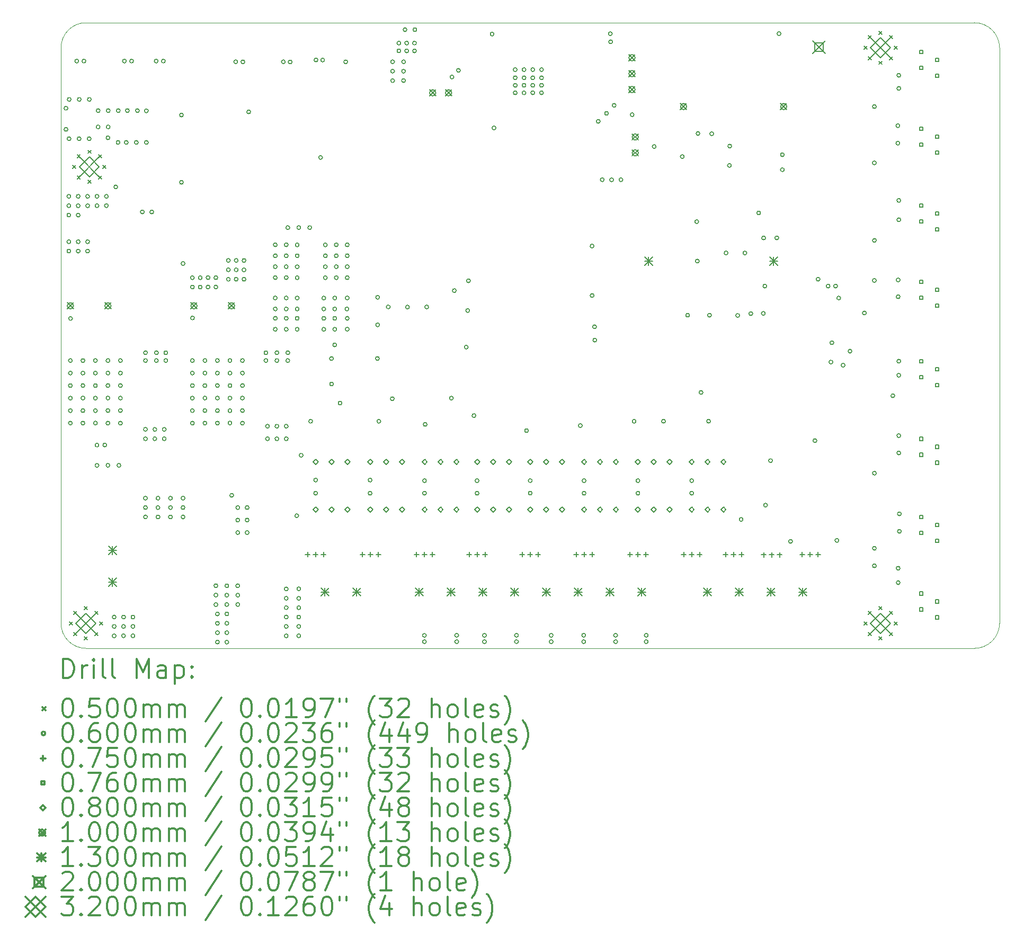
<source format=gbr>
%FSLAX45Y45*%
G04 Gerber Fmt 4.5, Leading zero omitted, Abs format (unit mm)*
G04 Created by KiCad (PCBNEW 5.1.10) date 2021-10-17 19:14:27*
%MOMM*%
%LPD*%
G01*
G04 APERTURE LIST*
%TA.AperFunction,Profile*%
%ADD10C,0.100000*%
%TD*%
%ADD11C,0.200000*%
%ADD12C,0.300000*%
G04 APERTURE END LIST*
D10*
X20562000Y-4268000D02*
G75*
G02*
X20962000Y-4668000I0J-400000D01*
G01*
X20962000Y-13868000D02*
G75*
G02*
X20562000Y-14268000I-400000J0D01*
G01*
X5962000Y-4668000D02*
G75*
G02*
X6362000Y-4268000I400000J0D01*
G01*
X6362000Y-14268000D02*
G75*
G02*
X5962000Y-13868000I0J400000D01*
G01*
X5962000Y-4668000D02*
X5962000Y-13868000D01*
X20562000Y-4268000D02*
X6362000Y-4268000D01*
X20962000Y-13868000D02*
X20962000Y-4668000D01*
X6362000Y-14268000D02*
X20562000Y-14268000D01*
D11*
X6097000Y-13843000D02*
X6147000Y-13893000D01*
X6147000Y-13843000D02*
X6097000Y-13893000D01*
X6149500Y-6545500D02*
X6199500Y-6595500D01*
X6199500Y-6545500D02*
X6149500Y-6595500D01*
X6167294Y-13673294D02*
X6217294Y-13723294D01*
X6217294Y-13673294D02*
X6167294Y-13723294D01*
X6167294Y-14012706D02*
X6217294Y-14062706D01*
X6217294Y-14012706D02*
X6167294Y-14062706D01*
X6219794Y-6375794D02*
X6269794Y-6425794D01*
X6269794Y-6375794D02*
X6219794Y-6425794D01*
X6219794Y-6715206D02*
X6269794Y-6765206D01*
X6269794Y-6715206D02*
X6219794Y-6765206D01*
X6337000Y-13603000D02*
X6387000Y-13653000D01*
X6387000Y-13603000D02*
X6337000Y-13653000D01*
X6337000Y-14083000D02*
X6387000Y-14133000D01*
X6387000Y-14083000D02*
X6337000Y-14133000D01*
X6389500Y-6305500D02*
X6439500Y-6355500D01*
X6439500Y-6305500D02*
X6389500Y-6355500D01*
X6389500Y-6785500D02*
X6439500Y-6835500D01*
X6439500Y-6785500D02*
X6389500Y-6835500D01*
X6506706Y-13673294D02*
X6556706Y-13723294D01*
X6556706Y-13673294D02*
X6506706Y-13723294D01*
X6506706Y-14012706D02*
X6556706Y-14062706D01*
X6556706Y-14012706D02*
X6506706Y-14062706D01*
X6559206Y-6375794D02*
X6609206Y-6425794D01*
X6609206Y-6375794D02*
X6559206Y-6425794D01*
X6559206Y-6715206D02*
X6609206Y-6765206D01*
X6609206Y-6715206D02*
X6559206Y-6765206D01*
X6577000Y-13843000D02*
X6627000Y-13893000D01*
X6627000Y-13843000D02*
X6577000Y-13893000D01*
X6629500Y-6545500D02*
X6679500Y-6595500D01*
X6679500Y-6545500D02*
X6629500Y-6595500D01*
X18797000Y-4643000D02*
X18847000Y-4693000D01*
X18847000Y-4643000D02*
X18797000Y-4693000D01*
X18797000Y-13843000D02*
X18847000Y-13893000D01*
X18847000Y-13843000D02*
X18797000Y-13893000D01*
X18867294Y-4473294D02*
X18917294Y-4523294D01*
X18917294Y-4473294D02*
X18867294Y-4523294D01*
X18867294Y-4812706D02*
X18917294Y-4862706D01*
X18917294Y-4812706D02*
X18867294Y-4862706D01*
X18867294Y-13673294D02*
X18917294Y-13723294D01*
X18917294Y-13673294D02*
X18867294Y-13723294D01*
X18867294Y-14012706D02*
X18917294Y-14062706D01*
X18917294Y-14012706D02*
X18867294Y-14062706D01*
X19037000Y-4403000D02*
X19087000Y-4453000D01*
X19087000Y-4403000D02*
X19037000Y-4453000D01*
X19037000Y-4883000D02*
X19087000Y-4933000D01*
X19087000Y-4883000D02*
X19037000Y-4933000D01*
X19037000Y-13603000D02*
X19087000Y-13653000D01*
X19087000Y-13603000D02*
X19037000Y-13653000D01*
X19037000Y-14083000D02*
X19087000Y-14133000D01*
X19087000Y-14083000D02*
X19037000Y-14133000D01*
X19206706Y-4473294D02*
X19256706Y-4523294D01*
X19256706Y-4473294D02*
X19206706Y-4523294D01*
X19206706Y-4812706D02*
X19256706Y-4862706D01*
X19256706Y-4812706D02*
X19206706Y-4862706D01*
X19206706Y-13673294D02*
X19256706Y-13723294D01*
X19256706Y-13673294D02*
X19206706Y-13723294D01*
X19206706Y-14012706D02*
X19256706Y-14062706D01*
X19256706Y-14012706D02*
X19206706Y-14062706D01*
X19277000Y-4643000D02*
X19327000Y-4693000D01*
X19327000Y-4643000D02*
X19277000Y-4693000D01*
X19277000Y-13843000D02*
X19327000Y-13893000D01*
X19327000Y-13843000D02*
X19277000Y-13893000D01*
X6071310Y-5634520D02*
G75*
G03*
X6071310Y-5634520I-30000J0D01*
G01*
X6071310Y-5972340D02*
G75*
G03*
X6071310Y-5972340I-30000J0D01*
G01*
X6117000Y-7043000D02*
G75*
G03*
X6117000Y-7043000I-30000J0D01*
G01*
X6117000Y-7193000D02*
G75*
G03*
X6117000Y-7193000I-30000J0D01*
G01*
X6117000Y-7343000D02*
G75*
G03*
X6117000Y-7343000I-30000J0D01*
G01*
X6117000Y-7768000D02*
G75*
G03*
X6117000Y-7768000I-30000J0D01*
G01*
X6117000Y-7918000D02*
G75*
G03*
X6117000Y-7918000I-30000J0D01*
G01*
X6120513Y-6121310D02*
G75*
G03*
X6120513Y-6121310I-30000J0D01*
G01*
X6123053Y-5493930D02*
G75*
G03*
X6123053Y-5493930I-30000J0D01*
G01*
X6142000Y-9668000D02*
G75*
G03*
X6142000Y-9668000I-30000J0D01*
G01*
X6142000Y-9868000D02*
G75*
G03*
X6142000Y-9868000I-30000J0D01*
G01*
X6142000Y-10068000D02*
G75*
G03*
X6142000Y-10068000I-30000J0D01*
G01*
X6142000Y-10268000D02*
G75*
G03*
X6142000Y-10268000I-30000J0D01*
G01*
X6142000Y-10468000D02*
G75*
G03*
X6142000Y-10468000I-30000J0D01*
G01*
X6142000Y-10668000D02*
G75*
G03*
X6142000Y-10668000I-30000J0D01*
G01*
X6145000Y-8995000D02*
G75*
G03*
X6145000Y-8995000I-30000J0D01*
G01*
X6243800Y-4880600D02*
G75*
G03*
X6243800Y-4880600I-30000J0D01*
G01*
X6267000Y-7043000D02*
G75*
G03*
X6267000Y-7043000I-30000J0D01*
G01*
X6267000Y-7193000D02*
G75*
G03*
X6267000Y-7193000I-30000J0D01*
G01*
X6267000Y-7343000D02*
G75*
G03*
X6267000Y-7343000I-30000J0D01*
G01*
X6267000Y-7768000D02*
G75*
G03*
X6267000Y-7768000I-30000J0D01*
G01*
X6267000Y-7918000D02*
G75*
G03*
X6267000Y-7918000I-30000J0D01*
G01*
X6281347Y-6121310D02*
G75*
G03*
X6281347Y-6121310I-30000J0D01*
G01*
X6283887Y-5493930D02*
G75*
G03*
X6283887Y-5493930I-30000J0D01*
G01*
X6342000Y-9668000D02*
G75*
G03*
X6342000Y-9668000I-30000J0D01*
G01*
X6342000Y-9868000D02*
G75*
G03*
X6342000Y-9868000I-30000J0D01*
G01*
X6342000Y-10068000D02*
G75*
G03*
X6342000Y-10068000I-30000J0D01*
G01*
X6342000Y-10268000D02*
G75*
G03*
X6342000Y-10268000I-30000J0D01*
G01*
X6342000Y-10468000D02*
G75*
G03*
X6342000Y-10468000I-30000J0D01*
G01*
X6342000Y-10668000D02*
G75*
G03*
X6342000Y-10668000I-30000J0D01*
G01*
X6358100Y-4880600D02*
G75*
G03*
X6358100Y-4880600I-30000J0D01*
G01*
X6417000Y-7043000D02*
G75*
G03*
X6417000Y-7043000I-30000J0D01*
G01*
X6417000Y-7193000D02*
G75*
G03*
X6417000Y-7193000I-30000J0D01*
G01*
X6417000Y-7768000D02*
G75*
G03*
X6417000Y-7768000I-30000J0D01*
G01*
X6417000Y-7918000D02*
G75*
G03*
X6417000Y-7918000I-30000J0D01*
G01*
X6442180Y-6121310D02*
G75*
G03*
X6442180Y-6121310I-30000J0D01*
G01*
X6444720Y-5493930D02*
G75*
G03*
X6444720Y-5493930I-30000J0D01*
G01*
X6542000Y-9668000D02*
G75*
G03*
X6542000Y-9668000I-30000J0D01*
G01*
X6542000Y-9868000D02*
G75*
G03*
X6542000Y-9868000I-30000J0D01*
G01*
X6542000Y-10068000D02*
G75*
G03*
X6542000Y-10068000I-30000J0D01*
G01*
X6542000Y-10268000D02*
G75*
G03*
X6542000Y-10268000I-30000J0D01*
G01*
X6542000Y-10468000D02*
G75*
G03*
X6542000Y-10468000I-30000J0D01*
G01*
X6542000Y-10668000D02*
G75*
G03*
X6542000Y-10668000I-30000J0D01*
G01*
X6567000Y-7043000D02*
G75*
G03*
X6567000Y-7043000I-30000J0D01*
G01*
X6567000Y-7193000D02*
G75*
G03*
X6567000Y-7193000I-30000J0D01*
G01*
X6567000Y-11018000D02*
G75*
G03*
X6567000Y-11018000I-30000J0D01*
G01*
X6567000Y-11343000D02*
G75*
G03*
X6567000Y-11343000I-30000J0D01*
G01*
X6585333Y-5673000D02*
G75*
G03*
X6585333Y-5673000I-30000J0D01*
G01*
X6585333Y-5673000D02*
G75*
G03*
X6585333Y-5673000I-30000J0D01*
G01*
X6585333Y-5933000D02*
G75*
G03*
X6585333Y-5933000I-30000J0D01*
G01*
X6585333Y-5933000D02*
G75*
G03*
X6585333Y-5933000I-30000J0D01*
G01*
X6692000Y-11018000D02*
G75*
G03*
X6692000Y-11018000I-30000J0D01*
G01*
X6717000Y-7043000D02*
G75*
G03*
X6717000Y-7043000I-30000J0D01*
G01*
X6717000Y-7193000D02*
G75*
G03*
X6717000Y-7193000I-30000J0D01*
G01*
X6742000Y-9668000D02*
G75*
G03*
X6742000Y-9668000I-30000J0D01*
G01*
X6742000Y-9868000D02*
G75*
G03*
X6742000Y-9868000I-30000J0D01*
G01*
X6742000Y-10068000D02*
G75*
G03*
X6742000Y-10068000I-30000J0D01*
G01*
X6742000Y-10268000D02*
G75*
G03*
X6742000Y-10268000I-30000J0D01*
G01*
X6742000Y-10468000D02*
G75*
G03*
X6742000Y-10468000I-30000J0D01*
G01*
X6742000Y-10668000D02*
G75*
G03*
X6742000Y-10668000I-30000J0D01*
G01*
X6742000Y-11343000D02*
G75*
G03*
X6742000Y-11343000I-30000J0D01*
G01*
X6743140Y-6106960D02*
G75*
G03*
X6743140Y-6106960I-30000J0D01*
G01*
X6746167Y-5673000D02*
G75*
G03*
X6746167Y-5673000I-30000J0D01*
G01*
X6746167Y-5673000D02*
G75*
G03*
X6746167Y-5673000I-30000J0D01*
G01*
X6746167Y-5933000D02*
G75*
G03*
X6746167Y-5933000I-30000J0D01*
G01*
X6746167Y-5933000D02*
G75*
G03*
X6746167Y-5933000I-30000J0D01*
G01*
X6842000Y-13768000D02*
G75*
G03*
X6842000Y-13768000I-30000J0D01*
G01*
X6842000Y-13918000D02*
G75*
G03*
X6842000Y-13918000I-30000J0D01*
G01*
X6842000Y-14068000D02*
G75*
G03*
X6842000Y-14068000I-30000J0D01*
G01*
X6867000Y-6893000D02*
G75*
G03*
X6867000Y-6893000I-30000J0D01*
G01*
X6904460Y-6181000D02*
G75*
G03*
X6904460Y-6181000I-30000J0D01*
G01*
X6907000Y-5673000D02*
G75*
G03*
X6907000Y-5673000I-30000J0D01*
G01*
X6907000Y-5673000D02*
G75*
G03*
X6907000Y-5673000I-30000J0D01*
G01*
X6917000Y-11343000D02*
G75*
G03*
X6917000Y-11343000I-30000J0D01*
G01*
X6942000Y-9668000D02*
G75*
G03*
X6942000Y-9668000I-30000J0D01*
G01*
X6942000Y-9868000D02*
G75*
G03*
X6942000Y-9868000I-30000J0D01*
G01*
X6942000Y-10068000D02*
G75*
G03*
X6942000Y-10068000I-30000J0D01*
G01*
X6942000Y-10268000D02*
G75*
G03*
X6942000Y-10268000I-30000J0D01*
G01*
X6942000Y-10468000D02*
G75*
G03*
X6942000Y-10468000I-30000J0D01*
G01*
X6942000Y-10668000D02*
G75*
G03*
X6942000Y-10668000I-30000J0D01*
G01*
X6992000Y-13768000D02*
G75*
G03*
X6992000Y-13768000I-30000J0D01*
G01*
X6992000Y-13918000D02*
G75*
G03*
X6992000Y-13918000I-30000J0D01*
G01*
X6992000Y-14068000D02*
G75*
G03*
X6992000Y-14068000I-30000J0D01*
G01*
X7005800Y-4880600D02*
G75*
G03*
X7005800Y-4880600I-30000J0D01*
G01*
X7034913Y-6181000D02*
G75*
G03*
X7034913Y-6181000I-30000J0D01*
G01*
X7053020Y-5672620D02*
G75*
G03*
X7053020Y-5672620I-30000J0D01*
G01*
X7120100Y-4880600D02*
G75*
G03*
X7120100Y-4880600I-30000J0D01*
G01*
X7142000Y-13768000D02*
G75*
G03*
X7142000Y-13768000I-30000J0D01*
G01*
X7142000Y-13918000D02*
G75*
G03*
X7142000Y-13918000I-30000J0D01*
G01*
X7142000Y-14068000D02*
G75*
G03*
X7142000Y-14068000I-30000J0D01*
G01*
X7195747Y-6181000D02*
G75*
G03*
X7195747Y-6181000I-30000J0D01*
G01*
X7213040Y-5672620D02*
G75*
G03*
X7213040Y-5672620I-30000J0D01*
G01*
X7292000Y-7293000D02*
G75*
G03*
X7292000Y-7293000I-30000J0D01*
G01*
X7342000Y-9543000D02*
G75*
G03*
X7342000Y-9543000I-30000J0D01*
G01*
X7342000Y-9668000D02*
G75*
G03*
X7342000Y-9668000I-30000J0D01*
G01*
X7342000Y-10768000D02*
G75*
G03*
X7342000Y-10768000I-30000J0D01*
G01*
X7342000Y-10918000D02*
G75*
G03*
X7342000Y-10918000I-30000J0D01*
G01*
X7342000Y-11868000D02*
G75*
G03*
X7342000Y-11868000I-30000J0D01*
G01*
X7342000Y-12018000D02*
G75*
G03*
X7342000Y-12018000I-30000J0D01*
G01*
X7342000Y-12168000D02*
G75*
G03*
X7342000Y-12168000I-30000J0D01*
G01*
X7356550Y-5676430D02*
G75*
G03*
X7356550Y-5676430I-30000J0D01*
G01*
X7356580Y-6181000D02*
G75*
G03*
X7356580Y-6181000I-30000J0D01*
G01*
X7442000Y-7293000D02*
G75*
G03*
X7442000Y-7293000I-30000J0D01*
G01*
X7492000Y-10768000D02*
G75*
G03*
X7492000Y-10768000I-30000J0D01*
G01*
X7492000Y-10918000D02*
G75*
G03*
X7492000Y-10918000I-30000J0D01*
G01*
X7513800Y-4880600D02*
G75*
G03*
X7513800Y-4880600I-30000J0D01*
G01*
X7517000Y-9543000D02*
G75*
G03*
X7517000Y-9543000I-30000J0D01*
G01*
X7517000Y-9668000D02*
G75*
G03*
X7517000Y-9668000I-30000J0D01*
G01*
X7542000Y-11868000D02*
G75*
G03*
X7542000Y-11868000I-30000J0D01*
G01*
X7542000Y-12018000D02*
G75*
G03*
X7542000Y-12018000I-30000J0D01*
G01*
X7542000Y-12168000D02*
G75*
G03*
X7542000Y-12168000I-30000J0D01*
G01*
X7628100Y-4880600D02*
G75*
G03*
X7628100Y-4880600I-30000J0D01*
G01*
X7642000Y-10768000D02*
G75*
G03*
X7642000Y-10768000I-30000J0D01*
G01*
X7642000Y-10918000D02*
G75*
G03*
X7642000Y-10918000I-30000J0D01*
G01*
X7667000Y-9543000D02*
G75*
G03*
X7667000Y-9543000I-30000J0D01*
G01*
X7667000Y-9668000D02*
G75*
G03*
X7667000Y-9668000I-30000J0D01*
G01*
X7742000Y-11868000D02*
G75*
G03*
X7742000Y-11868000I-30000J0D01*
G01*
X7742000Y-12018000D02*
G75*
G03*
X7742000Y-12018000I-30000J0D01*
G01*
X7742000Y-12168000D02*
G75*
G03*
X7742000Y-12168000I-30000J0D01*
G01*
X7917000Y-5743000D02*
G75*
G03*
X7917000Y-5743000I-30000J0D01*
G01*
X7917000Y-6818000D02*
G75*
G03*
X7917000Y-6818000I-30000J0D01*
G01*
X7942000Y-8118000D02*
G75*
G03*
X7942000Y-8118000I-30000J0D01*
G01*
X7942000Y-11868000D02*
G75*
G03*
X7942000Y-11868000I-30000J0D01*
G01*
X7942000Y-12018000D02*
G75*
G03*
X7942000Y-12018000I-30000J0D01*
G01*
X7942000Y-12168000D02*
G75*
G03*
X7942000Y-12168000I-30000J0D01*
G01*
X8092000Y-8343000D02*
G75*
G03*
X8092000Y-8343000I-30000J0D01*
G01*
X8092000Y-8493000D02*
G75*
G03*
X8092000Y-8493000I-30000J0D01*
G01*
X8092000Y-9668000D02*
G75*
G03*
X8092000Y-9668000I-30000J0D01*
G01*
X8092000Y-9868000D02*
G75*
G03*
X8092000Y-9868000I-30000J0D01*
G01*
X8092000Y-10068000D02*
G75*
G03*
X8092000Y-10068000I-30000J0D01*
G01*
X8092000Y-10268000D02*
G75*
G03*
X8092000Y-10268000I-30000J0D01*
G01*
X8092000Y-10468000D02*
G75*
G03*
X8092000Y-10468000I-30000J0D01*
G01*
X8092000Y-10668000D02*
G75*
G03*
X8092000Y-10668000I-30000J0D01*
G01*
X8094000Y-8987000D02*
G75*
G03*
X8094000Y-8987000I-30000J0D01*
G01*
X8217000Y-8343000D02*
G75*
G03*
X8217000Y-8343000I-30000J0D01*
G01*
X8217000Y-8493000D02*
G75*
G03*
X8217000Y-8493000I-30000J0D01*
G01*
X8292000Y-9668000D02*
G75*
G03*
X8292000Y-9668000I-30000J0D01*
G01*
X8292000Y-9868000D02*
G75*
G03*
X8292000Y-9868000I-30000J0D01*
G01*
X8292000Y-10068000D02*
G75*
G03*
X8292000Y-10068000I-30000J0D01*
G01*
X8292000Y-10268000D02*
G75*
G03*
X8292000Y-10268000I-30000J0D01*
G01*
X8292000Y-10468000D02*
G75*
G03*
X8292000Y-10468000I-30000J0D01*
G01*
X8292000Y-10668000D02*
G75*
G03*
X8292000Y-10668000I-30000J0D01*
G01*
X8342000Y-8343000D02*
G75*
G03*
X8342000Y-8343000I-30000J0D01*
G01*
X8342000Y-8493000D02*
G75*
G03*
X8342000Y-8493000I-30000J0D01*
G01*
X8467000Y-8343000D02*
G75*
G03*
X8467000Y-8343000I-30000J0D01*
G01*
X8467000Y-8493000D02*
G75*
G03*
X8467000Y-8493000I-30000J0D01*
G01*
X8467000Y-13268000D02*
G75*
G03*
X8467000Y-13268000I-30000J0D01*
G01*
X8467000Y-13418000D02*
G75*
G03*
X8467000Y-13418000I-30000J0D01*
G01*
X8467000Y-13568000D02*
G75*
G03*
X8467000Y-13568000I-30000J0D01*
G01*
X8492000Y-9668000D02*
G75*
G03*
X8492000Y-9668000I-30000J0D01*
G01*
X8492000Y-9868000D02*
G75*
G03*
X8492000Y-9868000I-30000J0D01*
G01*
X8492000Y-10068000D02*
G75*
G03*
X8492000Y-10068000I-30000J0D01*
G01*
X8492000Y-10268000D02*
G75*
G03*
X8492000Y-10268000I-30000J0D01*
G01*
X8492000Y-10468000D02*
G75*
G03*
X8492000Y-10468000I-30000J0D01*
G01*
X8492000Y-10668000D02*
G75*
G03*
X8492000Y-10668000I-30000J0D01*
G01*
X8492000Y-13718000D02*
G75*
G03*
X8492000Y-13718000I-30000J0D01*
G01*
X8492000Y-13868000D02*
G75*
G03*
X8492000Y-13868000I-30000J0D01*
G01*
X8492000Y-14018000D02*
G75*
G03*
X8492000Y-14018000I-30000J0D01*
G01*
X8492000Y-14168000D02*
G75*
G03*
X8492000Y-14168000I-30000J0D01*
G01*
X8642000Y-13268000D02*
G75*
G03*
X8642000Y-13268000I-30000J0D01*
G01*
X8642000Y-13418000D02*
G75*
G03*
X8642000Y-13418000I-30000J0D01*
G01*
X8642000Y-13568000D02*
G75*
G03*
X8642000Y-13568000I-30000J0D01*
G01*
X8642000Y-13718000D02*
G75*
G03*
X8642000Y-13718000I-30000J0D01*
G01*
X8642000Y-13868000D02*
G75*
G03*
X8642000Y-13868000I-30000J0D01*
G01*
X8642000Y-14018000D02*
G75*
G03*
X8642000Y-14018000I-30000J0D01*
G01*
X8642000Y-14168000D02*
G75*
G03*
X8642000Y-14168000I-30000J0D01*
G01*
X8667000Y-8068000D02*
G75*
G03*
X8667000Y-8068000I-30000J0D01*
G01*
X8667000Y-8218000D02*
G75*
G03*
X8667000Y-8218000I-30000J0D01*
G01*
X8667000Y-8368000D02*
G75*
G03*
X8667000Y-8368000I-30000J0D01*
G01*
X8692000Y-9668000D02*
G75*
G03*
X8692000Y-9668000I-30000J0D01*
G01*
X8692000Y-9868000D02*
G75*
G03*
X8692000Y-9868000I-30000J0D01*
G01*
X8692000Y-10068000D02*
G75*
G03*
X8692000Y-10068000I-30000J0D01*
G01*
X8692000Y-10268000D02*
G75*
G03*
X8692000Y-10268000I-30000J0D01*
G01*
X8692000Y-10468000D02*
G75*
G03*
X8692000Y-10468000I-30000J0D01*
G01*
X8692000Y-10668000D02*
G75*
G03*
X8692000Y-10668000I-30000J0D01*
G01*
X8720000Y-11823000D02*
G75*
G03*
X8720000Y-11823000I-30000J0D01*
G01*
X8784100Y-4893000D02*
G75*
G03*
X8784100Y-4893000I-30000J0D01*
G01*
X8792000Y-8068000D02*
G75*
G03*
X8792000Y-8068000I-30000J0D01*
G01*
X8792000Y-8218000D02*
G75*
G03*
X8792000Y-8218000I-30000J0D01*
G01*
X8792000Y-8368000D02*
G75*
G03*
X8792000Y-8368000I-30000J0D01*
G01*
X8817000Y-12018000D02*
G75*
G03*
X8817000Y-12018000I-30000J0D01*
G01*
X8817000Y-12218000D02*
G75*
G03*
X8817000Y-12218000I-30000J0D01*
G01*
X8817000Y-12418000D02*
G75*
G03*
X8817000Y-12418000I-30000J0D01*
G01*
X8817000Y-13268000D02*
G75*
G03*
X8817000Y-13268000I-30000J0D01*
G01*
X8817000Y-13418000D02*
G75*
G03*
X8817000Y-13418000I-30000J0D01*
G01*
X8817000Y-13568000D02*
G75*
G03*
X8817000Y-13568000I-30000J0D01*
G01*
X8892000Y-9668000D02*
G75*
G03*
X8892000Y-9668000I-30000J0D01*
G01*
X8892000Y-9868000D02*
G75*
G03*
X8892000Y-9868000I-30000J0D01*
G01*
X8892000Y-10068000D02*
G75*
G03*
X8892000Y-10068000I-30000J0D01*
G01*
X8892000Y-10268000D02*
G75*
G03*
X8892000Y-10268000I-30000J0D01*
G01*
X8892000Y-10468000D02*
G75*
G03*
X8892000Y-10468000I-30000J0D01*
G01*
X8892000Y-10668000D02*
G75*
G03*
X8892000Y-10668000I-30000J0D01*
G01*
X8898100Y-4893000D02*
G75*
G03*
X8898100Y-4893000I-30000J0D01*
G01*
X8917000Y-8068000D02*
G75*
G03*
X8917000Y-8068000I-30000J0D01*
G01*
X8917000Y-8218000D02*
G75*
G03*
X8917000Y-8218000I-30000J0D01*
G01*
X8917000Y-8368000D02*
G75*
G03*
X8917000Y-8368000I-30000J0D01*
G01*
X8967000Y-12018000D02*
G75*
G03*
X8967000Y-12018000I-30000J0D01*
G01*
X8967000Y-12218000D02*
G75*
G03*
X8967000Y-12218000I-30000J0D01*
G01*
X8967000Y-12418000D02*
G75*
G03*
X8967000Y-12418000I-30000J0D01*
G01*
X8992000Y-5693000D02*
G75*
G03*
X8992000Y-5693000I-30000J0D01*
G01*
X9267000Y-9543000D02*
G75*
G03*
X9267000Y-9543000I-30000J0D01*
G01*
X9267000Y-9668000D02*
G75*
G03*
X9267000Y-9668000I-30000J0D01*
G01*
X9292000Y-10718000D02*
G75*
G03*
X9292000Y-10718000I-30000J0D01*
G01*
X9292000Y-10918000D02*
G75*
G03*
X9292000Y-10918000I-30000J0D01*
G01*
X9417000Y-7818000D02*
G75*
G03*
X9417000Y-7818000I-30000J0D01*
G01*
X9417000Y-7993000D02*
G75*
G03*
X9417000Y-7993000I-30000J0D01*
G01*
X9417000Y-8168000D02*
G75*
G03*
X9417000Y-8168000I-30000J0D01*
G01*
X9417000Y-8343000D02*
G75*
G03*
X9417000Y-8343000I-30000J0D01*
G01*
X9417000Y-8668000D02*
G75*
G03*
X9417000Y-8668000I-30000J0D01*
G01*
X9417000Y-8843000D02*
G75*
G03*
X9417000Y-8843000I-30000J0D01*
G01*
X9417000Y-8993000D02*
G75*
G03*
X9417000Y-8993000I-30000J0D01*
G01*
X9417000Y-9168000D02*
G75*
G03*
X9417000Y-9168000I-30000J0D01*
G01*
X9442000Y-9543000D02*
G75*
G03*
X9442000Y-9543000I-30000J0D01*
G01*
X9442000Y-9668000D02*
G75*
G03*
X9442000Y-9668000I-30000J0D01*
G01*
X9442000Y-10718000D02*
G75*
G03*
X9442000Y-10718000I-30000J0D01*
G01*
X9442000Y-10918000D02*
G75*
G03*
X9442000Y-10918000I-30000J0D01*
G01*
X9545800Y-4893000D02*
G75*
G03*
X9545800Y-4893000I-30000J0D01*
G01*
X9592000Y-7818000D02*
G75*
G03*
X9592000Y-7818000I-30000J0D01*
G01*
X9592000Y-7993000D02*
G75*
G03*
X9592000Y-7993000I-30000J0D01*
G01*
X9592000Y-8168000D02*
G75*
G03*
X9592000Y-8168000I-30000J0D01*
G01*
X9592000Y-8343000D02*
G75*
G03*
X9592000Y-8343000I-30000J0D01*
G01*
X9592000Y-8668000D02*
G75*
G03*
X9592000Y-8668000I-30000J0D01*
G01*
X9592000Y-8843000D02*
G75*
G03*
X9592000Y-8843000I-30000J0D01*
G01*
X9592000Y-8993000D02*
G75*
G03*
X9592000Y-8993000I-30000J0D01*
G01*
X9592000Y-9168000D02*
G75*
G03*
X9592000Y-9168000I-30000J0D01*
G01*
X9592000Y-10718000D02*
G75*
G03*
X9592000Y-10718000I-30000J0D01*
G01*
X9592000Y-10918000D02*
G75*
G03*
X9592000Y-10918000I-30000J0D01*
G01*
X9592000Y-13318000D02*
G75*
G03*
X9592000Y-13318000I-30000J0D01*
G01*
X9592000Y-13468000D02*
G75*
G03*
X9592000Y-13468000I-30000J0D01*
G01*
X9592000Y-13618000D02*
G75*
G03*
X9592000Y-13618000I-30000J0D01*
G01*
X9592000Y-13768000D02*
G75*
G03*
X9592000Y-13768000I-30000J0D01*
G01*
X9592000Y-13918000D02*
G75*
G03*
X9592000Y-13918000I-30000J0D01*
G01*
X9592000Y-14068000D02*
G75*
G03*
X9592000Y-14068000I-30000J0D01*
G01*
X9617000Y-7543000D02*
G75*
G03*
X9617000Y-7543000I-30000J0D01*
G01*
X9617000Y-9543000D02*
G75*
G03*
X9617000Y-9543000I-30000J0D01*
G01*
X9617000Y-9668000D02*
G75*
G03*
X9617000Y-9668000I-30000J0D01*
G01*
X9654800Y-4895000D02*
G75*
G03*
X9654800Y-4895000I-30000J0D01*
G01*
X9760000Y-12148000D02*
G75*
G03*
X9760000Y-12148000I-30000J0D01*
G01*
X9767000Y-7818000D02*
G75*
G03*
X9767000Y-7818000I-30000J0D01*
G01*
X9767000Y-7993000D02*
G75*
G03*
X9767000Y-7993000I-30000J0D01*
G01*
X9767000Y-8168000D02*
G75*
G03*
X9767000Y-8168000I-30000J0D01*
G01*
X9767000Y-8343000D02*
G75*
G03*
X9767000Y-8343000I-30000J0D01*
G01*
X9767000Y-8668000D02*
G75*
G03*
X9767000Y-8668000I-30000J0D01*
G01*
X9767000Y-8843000D02*
G75*
G03*
X9767000Y-8843000I-30000J0D01*
G01*
X9767000Y-8993000D02*
G75*
G03*
X9767000Y-8993000I-30000J0D01*
G01*
X9767000Y-9168000D02*
G75*
G03*
X9767000Y-9168000I-30000J0D01*
G01*
X9792000Y-7543000D02*
G75*
G03*
X9792000Y-7543000I-30000J0D01*
G01*
X9792000Y-13318000D02*
G75*
G03*
X9792000Y-13318000I-30000J0D01*
G01*
X9792000Y-13468000D02*
G75*
G03*
X9792000Y-13468000I-30000J0D01*
G01*
X9792000Y-13618000D02*
G75*
G03*
X9792000Y-13618000I-30000J0D01*
G01*
X9792000Y-13768000D02*
G75*
G03*
X9792000Y-13768000I-30000J0D01*
G01*
X9792000Y-13918000D02*
G75*
G03*
X9792000Y-13918000I-30000J0D01*
G01*
X9792000Y-14068000D02*
G75*
G03*
X9792000Y-14068000I-30000J0D01*
G01*
X9830000Y-11183000D02*
G75*
G03*
X9830000Y-11183000I-30000J0D01*
G01*
X9967000Y-7543000D02*
G75*
G03*
X9967000Y-7543000I-30000J0D01*
G01*
X9982000Y-10638000D02*
G75*
G03*
X9982000Y-10638000I-30000J0D01*
G01*
X10062000Y-11578000D02*
G75*
G03*
X10062000Y-11578000I-30000J0D01*
G01*
X10062000Y-11788000D02*
G75*
G03*
X10062000Y-11788000I-30000J0D01*
G01*
X10067100Y-4863000D02*
G75*
G03*
X10067100Y-4863000I-30000J0D01*
G01*
X10142000Y-6421920D02*
G75*
G03*
X10142000Y-6421920I-30000J0D01*
G01*
X10174100Y-4863000D02*
G75*
G03*
X10174100Y-4863000I-30000J0D01*
G01*
X10192000Y-8668000D02*
G75*
G03*
X10192000Y-8668000I-30000J0D01*
G01*
X10192000Y-8843000D02*
G75*
G03*
X10192000Y-8843000I-30000J0D01*
G01*
X10192000Y-8993000D02*
G75*
G03*
X10192000Y-8993000I-30000J0D01*
G01*
X10192000Y-9168000D02*
G75*
G03*
X10192000Y-9168000I-30000J0D01*
G01*
X10217000Y-7818000D02*
G75*
G03*
X10217000Y-7818000I-30000J0D01*
G01*
X10217000Y-7993000D02*
G75*
G03*
X10217000Y-7993000I-30000J0D01*
G01*
X10217000Y-8168000D02*
G75*
G03*
X10217000Y-8168000I-30000J0D01*
G01*
X10217000Y-8343000D02*
G75*
G03*
X10217000Y-8343000I-30000J0D01*
G01*
X10314500Y-9635500D02*
G75*
G03*
X10314500Y-9635500I-30000J0D01*
G01*
X10317000Y-10043000D02*
G75*
G03*
X10317000Y-10043000I-30000J0D01*
G01*
X10367000Y-8668000D02*
G75*
G03*
X10367000Y-8668000I-30000J0D01*
G01*
X10367000Y-8843000D02*
G75*
G03*
X10367000Y-8843000I-30000J0D01*
G01*
X10367000Y-8993000D02*
G75*
G03*
X10367000Y-8993000I-30000J0D01*
G01*
X10367000Y-9168000D02*
G75*
G03*
X10367000Y-9168000I-30000J0D01*
G01*
X10367000Y-9418000D02*
G75*
G03*
X10367000Y-9418000I-30000J0D01*
G01*
X10392000Y-7818000D02*
G75*
G03*
X10392000Y-7818000I-30000J0D01*
G01*
X10392000Y-7993000D02*
G75*
G03*
X10392000Y-7993000I-30000J0D01*
G01*
X10392000Y-8168000D02*
G75*
G03*
X10392000Y-8168000I-30000J0D01*
G01*
X10392000Y-8343000D02*
G75*
G03*
X10392000Y-8343000I-30000J0D01*
G01*
X10452000Y-10348000D02*
G75*
G03*
X10452000Y-10348000I-30000J0D01*
G01*
X10542000Y-4893000D02*
G75*
G03*
X10542000Y-4893000I-30000J0D01*
G01*
X10561800Y-8843000D02*
G75*
G03*
X10561800Y-8843000I-30000J0D01*
G01*
X10567000Y-7818000D02*
G75*
G03*
X10567000Y-7818000I-30000J0D01*
G01*
X10567000Y-7993000D02*
G75*
G03*
X10567000Y-7993000I-30000J0D01*
G01*
X10567000Y-8168000D02*
G75*
G03*
X10567000Y-8168000I-30000J0D01*
G01*
X10567000Y-8343000D02*
G75*
G03*
X10567000Y-8343000I-30000J0D01*
G01*
X10567000Y-8668000D02*
G75*
G03*
X10567000Y-8668000I-30000J0D01*
G01*
X10567000Y-8993000D02*
G75*
G03*
X10567000Y-8993000I-30000J0D01*
G01*
X10567000Y-9168000D02*
G75*
G03*
X10567000Y-9168000I-30000J0D01*
G01*
X10932000Y-11578000D02*
G75*
G03*
X10932000Y-11578000I-30000J0D01*
G01*
X10932000Y-11788000D02*
G75*
G03*
X10932000Y-11788000I-30000J0D01*
G01*
X11049500Y-9635500D02*
G75*
G03*
X11049500Y-9635500I-30000J0D01*
G01*
X11052000Y-8657000D02*
G75*
G03*
X11052000Y-8657000I-30000J0D01*
G01*
X11052000Y-9098000D02*
G75*
G03*
X11052000Y-9098000I-30000J0D01*
G01*
X11072000Y-10638000D02*
G75*
G03*
X11072000Y-10638000I-30000J0D01*
G01*
X11223000Y-8811000D02*
G75*
G03*
X11223000Y-8811000I-30000J0D01*
G01*
X11287000Y-10278000D02*
G75*
G03*
X11287000Y-10278000I-30000J0D01*
G01*
X11292000Y-4893000D02*
G75*
G03*
X11292000Y-4893000I-30000J0D01*
G01*
X11292000Y-5043000D02*
G75*
G03*
X11292000Y-5043000I-30000J0D01*
G01*
X11292000Y-5193000D02*
G75*
G03*
X11292000Y-5193000I-30000J0D01*
G01*
X11392000Y-4593000D02*
G75*
G03*
X11392000Y-4593000I-30000J0D01*
G01*
X11392000Y-4718000D02*
G75*
G03*
X11392000Y-4718000I-30000J0D01*
G01*
X11467000Y-4893000D02*
G75*
G03*
X11467000Y-4893000I-30000J0D01*
G01*
X11467000Y-5043000D02*
G75*
G03*
X11467000Y-5043000I-30000J0D01*
G01*
X11467000Y-5193000D02*
G75*
G03*
X11467000Y-5193000I-30000J0D01*
G01*
X11490000Y-4379000D02*
G75*
G03*
X11490000Y-4379000I-30000J0D01*
G01*
X11517000Y-4593000D02*
G75*
G03*
X11517000Y-4593000I-30000J0D01*
G01*
X11517000Y-4718000D02*
G75*
G03*
X11517000Y-4718000I-30000J0D01*
G01*
X11530000Y-8812500D02*
G75*
G03*
X11530000Y-8812500I-30000J0D01*
G01*
X11642000Y-4593000D02*
G75*
G03*
X11642000Y-4593000I-30000J0D01*
G01*
X11642000Y-4718000D02*
G75*
G03*
X11642000Y-4718000I-30000J0D01*
G01*
X11647000Y-4378000D02*
G75*
G03*
X11647000Y-4378000I-30000J0D01*
G01*
X11799500Y-14060500D02*
G75*
G03*
X11799500Y-14060500I-30000J0D01*
G01*
X11799500Y-14162000D02*
G75*
G03*
X11799500Y-14162000I-30000J0D01*
G01*
X11802000Y-11588000D02*
G75*
G03*
X11802000Y-11588000I-30000J0D01*
G01*
X11802000Y-11788000D02*
G75*
G03*
X11802000Y-11788000I-30000J0D01*
G01*
X11812000Y-10688000D02*
G75*
G03*
X11812000Y-10688000I-30000J0D01*
G01*
X11836000Y-8812000D02*
G75*
G03*
X11836000Y-8812000I-30000J0D01*
G01*
X12232000Y-10268000D02*
G75*
G03*
X12232000Y-10268000I-30000J0D01*
G01*
X12241000Y-5135000D02*
G75*
G03*
X12241000Y-5135000I-30000J0D01*
G01*
X12279000Y-8550000D02*
G75*
G03*
X12279000Y-8550000I-30000J0D01*
G01*
X12315750Y-14060250D02*
G75*
G03*
X12315750Y-14060250I-30000J0D01*
G01*
X12315750Y-14162000D02*
G75*
G03*
X12315750Y-14162000I-30000J0D01*
G01*
X12344500Y-5030500D02*
G75*
G03*
X12344500Y-5030500I-30000J0D01*
G01*
X12470000Y-9453000D02*
G75*
G03*
X12470000Y-9453000I-30000J0D01*
G01*
X12492000Y-8868000D02*
G75*
G03*
X12492000Y-8868000I-30000J0D01*
G01*
X12504000Y-8393000D02*
G75*
G03*
X12504000Y-8393000I-30000J0D01*
G01*
X12592000Y-10548000D02*
G75*
G03*
X12592000Y-10548000I-30000J0D01*
G01*
X12642000Y-11588000D02*
G75*
G03*
X12642000Y-11588000I-30000J0D01*
G01*
X12642000Y-11788000D02*
G75*
G03*
X12642000Y-11788000I-30000J0D01*
G01*
X12759500Y-14061500D02*
G75*
G03*
X12759500Y-14061500I-30000J0D01*
G01*
X12759500Y-14163000D02*
G75*
G03*
X12759500Y-14163000I-30000J0D01*
G01*
X12882000Y-4448000D02*
G75*
G03*
X12882000Y-4448000I-30000J0D01*
G01*
X12912000Y-5948000D02*
G75*
G03*
X12912000Y-5948000I-30000J0D01*
G01*
X13252000Y-5018000D02*
G75*
G03*
X13252000Y-5018000I-30000J0D01*
G01*
X13252000Y-5148000D02*
G75*
G03*
X13252000Y-5148000I-30000J0D01*
G01*
X13252000Y-5268000D02*
G75*
G03*
X13252000Y-5268000I-30000J0D01*
G01*
X13252000Y-5388000D02*
G75*
G03*
X13252000Y-5388000I-30000J0D01*
G01*
X13272000Y-14060000D02*
G75*
G03*
X13272000Y-14060000I-30000J0D01*
G01*
X13272000Y-14162000D02*
G75*
G03*
X13272000Y-14162000I-30000J0D01*
G01*
X13392000Y-5018000D02*
G75*
G03*
X13392000Y-5018000I-30000J0D01*
G01*
X13392000Y-5148000D02*
G75*
G03*
X13392000Y-5148000I-30000J0D01*
G01*
X13392000Y-5268000D02*
G75*
G03*
X13392000Y-5268000I-30000J0D01*
G01*
X13392000Y-5388000D02*
G75*
G03*
X13392000Y-5388000I-30000J0D01*
G01*
X13432000Y-10788000D02*
G75*
G03*
X13432000Y-10788000I-30000J0D01*
G01*
X13492000Y-11588000D02*
G75*
G03*
X13492000Y-11588000I-30000J0D01*
G01*
X13492000Y-11788000D02*
G75*
G03*
X13492000Y-11788000I-30000J0D01*
G01*
X13532000Y-5018000D02*
G75*
G03*
X13532000Y-5018000I-30000J0D01*
G01*
X13532000Y-5148000D02*
G75*
G03*
X13532000Y-5148000I-30000J0D01*
G01*
X13532000Y-5268000D02*
G75*
G03*
X13532000Y-5268000I-30000J0D01*
G01*
X13532000Y-5388000D02*
G75*
G03*
X13532000Y-5388000I-30000J0D01*
G01*
X13672000Y-5018000D02*
G75*
G03*
X13672000Y-5018000I-30000J0D01*
G01*
X13672000Y-5148000D02*
G75*
G03*
X13672000Y-5148000I-30000J0D01*
G01*
X13672000Y-5268000D02*
G75*
G03*
X13672000Y-5268000I-30000J0D01*
G01*
X13672000Y-5388000D02*
G75*
G03*
X13672000Y-5388000I-30000J0D01*
G01*
X13825750Y-14060250D02*
G75*
G03*
X13825750Y-14060250I-30000J0D01*
G01*
X13825750Y-14162000D02*
G75*
G03*
X13825750Y-14162000I-30000J0D01*
G01*
X14292000Y-10708000D02*
G75*
G03*
X14292000Y-10708000I-30000J0D01*
G01*
X14345750Y-14059250D02*
G75*
G03*
X14345750Y-14059250I-30000J0D01*
G01*
X14345750Y-14162000D02*
G75*
G03*
X14345750Y-14162000I-30000J0D01*
G01*
X14352000Y-11588000D02*
G75*
G03*
X14352000Y-11588000I-30000J0D01*
G01*
X14352000Y-11788000D02*
G75*
G03*
X14352000Y-11788000I-30000J0D01*
G01*
X14480000Y-7838000D02*
G75*
G03*
X14480000Y-7838000I-30000J0D01*
G01*
X14480000Y-8628000D02*
G75*
G03*
X14480000Y-8628000I-30000J0D01*
G01*
X14520000Y-9128000D02*
G75*
G03*
X14520000Y-9128000I-30000J0D01*
G01*
X14523750Y-9341750D02*
G75*
G03*
X14523750Y-9341750I-30000J0D01*
G01*
X14578201Y-5844201D02*
G75*
G03*
X14578201Y-5844201I-30000J0D01*
G01*
X14642000Y-6778000D02*
G75*
G03*
X14642000Y-6778000I-30000J0D01*
G01*
X14711201Y-5717201D02*
G75*
G03*
X14711201Y-5717201I-30000J0D01*
G01*
X14772000Y-4443000D02*
G75*
G03*
X14772000Y-4443000I-30000J0D01*
G01*
X14777000Y-4573000D02*
G75*
G03*
X14777000Y-4573000I-30000J0D01*
G01*
X14792000Y-6778000D02*
G75*
G03*
X14792000Y-6778000I-30000J0D01*
G01*
X14832000Y-5588000D02*
G75*
G03*
X14832000Y-5588000I-30000J0D01*
G01*
X14855750Y-14060250D02*
G75*
G03*
X14855750Y-14060250I-30000J0D01*
G01*
X14855750Y-14162000D02*
G75*
G03*
X14855750Y-14162000I-30000J0D01*
G01*
X14942000Y-6778000D02*
G75*
G03*
X14942000Y-6778000I-30000J0D01*
G01*
X15120000Y-5738000D02*
G75*
G03*
X15120000Y-5738000I-30000J0D01*
G01*
X15152000Y-10638000D02*
G75*
G03*
X15152000Y-10638000I-30000J0D01*
G01*
X15212000Y-11588000D02*
G75*
G03*
X15212000Y-11588000I-30000J0D01*
G01*
X15212000Y-11788000D02*
G75*
G03*
X15212000Y-11788000I-30000J0D01*
G01*
X15345750Y-14059250D02*
G75*
G03*
X15345750Y-14059250I-30000J0D01*
G01*
X15345750Y-14162000D02*
G75*
G03*
X15345750Y-14162000I-30000J0D01*
G01*
X15472000Y-6248000D02*
G75*
G03*
X15472000Y-6248000I-30000J0D01*
G01*
X15622000Y-10638000D02*
G75*
G03*
X15622000Y-10638000I-30000J0D01*
G01*
X15922000Y-6408000D02*
G75*
G03*
X15922000Y-6408000I-30000J0D01*
G01*
X16007000Y-8943000D02*
G75*
G03*
X16007000Y-8943000I-30000J0D01*
G01*
X16072000Y-11588000D02*
G75*
G03*
X16072000Y-11588000I-30000J0D01*
G01*
X16072000Y-11788000D02*
G75*
G03*
X16072000Y-11788000I-30000J0D01*
G01*
X16152000Y-7448000D02*
G75*
G03*
X16152000Y-7448000I-30000J0D01*
G01*
X16162000Y-8078000D02*
G75*
G03*
X16162000Y-8078000I-30000J0D01*
G01*
X16172000Y-6038000D02*
G75*
G03*
X16172000Y-6038000I-30000J0D01*
G01*
X16222000Y-10178000D02*
G75*
G03*
X16222000Y-10178000I-30000J0D01*
G01*
X16342000Y-10638000D02*
G75*
G03*
X16342000Y-10638000I-30000J0D01*
G01*
X16357000Y-8943001D02*
G75*
G03*
X16357000Y-8943001I-30000J0D01*
G01*
X16392000Y-6043000D02*
G75*
G03*
X16392000Y-6043000I-30000J0D01*
G01*
X16622000Y-7948000D02*
G75*
G03*
X16622000Y-7948000I-30000J0D01*
G01*
X16675000Y-6550000D02*
G75*
G03*
X16675000Y-6550000I-30000J0D01*
G01*
X16680000Y-6240000D02*
G75*
G03*
X16680000Y-6240000I-30000J0D01*
G01*
X16807000Y-8948000D02*
G75*
G03*
X16807000Y-8948000I-30000J0D01*
G01*
X16862000Y-12208000D02*
G75*
G03*
X16862000Y-12208000I-30000J0D01*
G01*
X16922000Y-7948000D02*
G75*
G03*
X16922000Y-7948000I-30000J0D01*
G01*
X17017000Y-8918000D02*
G75*
G03*
X17017000Y-8918000I-30000J0D01*
G01*
X17142000Y-7308000D02*
G75*
G03*
X17142000Y-7308000I-30000J0D01*
G01*
X17217000Y-8913000D02*
G75*
G03*
X17217000Y-8913000I-30000J0D01*
G01*
X17222000Y-7708000D02*
G75*
G03*
X17222000Y-7708000I-30000J0D01*
G01*
X17242000Y-8478000D02*
G75*
G03*
X17242000Y-8478000I-30000J0D01*
G01*
X17252000Y-11978000D02*
G75*
G03*
X17252000Y-11978000I-30000J0D01*
G01*
X17332000Y-11268000D02*
G75*
G03*
X17332000Y-11268000I-30000J0D01*
G01*
X17432000Y-7708000D02*
G75*
G03*
X17432000Y-7708000I-30000J0D01*
G01*
X17467000Y-4443000D02*
G75*
G03*
X17467000Y-4443000I-30000J0D01*
G01*
X17522000Y-6378000D02*
G75*
G03*
X17522000Y-6378000I-30000J0D01*
G01*
X17522000Y-6618000D02*
G75*
G03*
X17522000Y-6618000I-30000J0D01*
G01*
X17652000Y-12558000D02*
G75*
G03*
X17652000Y-12558000I-30000J0D01*
G01*
X18042000Y-10948000D02*
G75*
G03*
X18042000Y-10948000I-30000J0D01*
G01*
X18092000Y-8368000D02*
G75*
G03*
X18092000Y-8368000I-30000J0D01*
G01*
X18252000Y-8478000D02*
G75*
G03*
X18252000Y-8478000I-30000J0D01*
G01*
X18297000Y-9693000D02*
G75*
G03*
X18297000Y-9693000I-30000J0D01*
G01*
X18312000Y-9383000D02*
G75*
G03*
X18312000Y-9383000I-30000J0D01*
G01*
X18372000Y-8478000D02*
G75*
G03*
X18372000Y-8478000I-30000J0D01*
G01*
X18392000Y-12543000D02*
G75*
G03*
X18392000Y-12543000I-30000J0D01*
G01*
X18422000Y-8668000D02*
G75*
G03*
X18422000Y-8668000I-30000J0D01*
G01*
X18492000Y-9743000D02*
G75*
G03*
X18492000Y-9743000I-30000J0D01*
G01*
X18602000Y-9518000D02*
G75*
G03*
X18602000Y-9518000I-30000J0D01*
G01*
X18832000Y-8908000D02*
G75*
G03*
X18832000Y-8908000I-30000J0D01*
G01*
X18992000Y-5608000D02*
G75*
G03*
X18992000Y-5608000I-30000J0D01*
G01*
X18992000Y-6508000D02*
G75*
G03*
X18992000Y-6508000I-30000J0D01*
G01*
X18992000Y-7748000D02*
G75*
G03*
X18992000Y-7748000I-30000J0D01*
G01*
X18992000Y-8388000D02*
G75*
G03*
X18992000Y-8388000I-30000J0D01*
G01*
X18992000Y-11468000D02*
G75*
G03*
X18992000Y-11468000I-30000J0D01*
G01*
X18992000Y-12668000D02*
G75*
G03*
X18992000Y-12668000I-30000J0D01*
G01*
X18992000Y-12948000D02*
G75*
G03*
X18992000Y-12948000I-30000J0D01*
G01*
X19287000Y-10230000D02*
G75*
G03*
X19287000Y-10230000I-30000J0D01*
G01*
X19367000Y-5913000D02*
G75*
G03*
X19367000Y-5913000I-30000J0D01*
G01*
X19367000Y-6193000D02*
G75*
G03*
X19367000Y-6193000I-30000J0D01*
G01*
X19372000Y-8378000D02*
G75*
G03*
X19372000Y-8378000I-30000J0D01*
G01*
X19372000Y-8648000D02*
G75*
G03*
X19372000Y-8648000I-30000J0D01*
G01*
X19372000Y-12988000D02*
G75*
G03*
X19372000Y-12988000I-30000J0D01*
G01*
X19372000Y-13218000D02*
G75*
G03*
X19372000Y-13218000I-30000J0D01*
G01*
X19382000Y-5108000D02*
G75*
G03*
X19382000Y-5108000I-30000J0D01*
G01*
X19382000Y-5318000D02*
G75*
G03*
X19382000Y-5318000I-30000J0D01*
G01*
X19382000Y-7108000D02*
G75*
G03*
X19382000Y-7108000I-30000J0D01*
G01*
X19382000Y-7418000D02*
G75*
G03*
X19382000Y-7418000I-30000J0D01*
G01*
X19382000Y-9678000D02*
G75*
G03*
X19382000Y-9678000I-30000J0D01*
G01*
X19382000Y-9903000D02*
G75*
G03*
X19382000Y-9903000I-30000J0D01*
G01*
X19382000Y-10868000D02*
G75*
G03*
X19382000Y-10868000I-30000J0D01*
G01*
X19382000Y-11145000D02*
G75*
G03*
X19382000Y-11145000I-30000J0D01*
G01*
X19392000Y-12118000D02*
G75*
G03*
X19392000Y-12118000I-30000J0D01*
G01*
X19392000Y-12398000D02*
G75*
G03*
X19392000Y-12398000I-30000J0D01*
G01*
X9905000Y-12730500D02*
X9905000Y-12805500D01*
X9867500Y-12768000D02*
X9942500Y-12768000D01*
X10032000Y-12730500D02*
X10032000Y-12805500D01*
X9994500Y-12768000D02*
X10069500Y-12768000D01*
X10159000Y-12730500D02*
X10159000Y-12805500D01*
X10121500Y-12768000D02*
X10196500Y-12768000D01*
X10782000Y-12730500D02*
X10782000Y-12805500D01*
X10744500Y-12768000D02*
X10819500Y-12768000D01*
X10909000Y-12730500D02*
X10909000Y-12805500D01*
X10871500Y-12768000D02*
X10946500Y-12768000D01*
X11036000Y-12730500D02*
X11036000Y-12805500D01*
X10998500Y-12768000D02*
X11073500Y-12768000D01*
X11645000Y-12730500D02*
X11645000Y-12805500D01*
X11607500Y-12768000D02*
X11682500Y-12768000D01*
X11772000Y-12730500D02*
X11772000Y-12805500D01*
X11734500Y-12768000D02*
X11809500Y-12768000D01*
X11899000Y-12730500D02*
X11899000Y-12805500D01*
X11861500Y-12768000D02*
X11936500Y-12768000D01*
X12485000Y-12730500D02*
X12485000Y-12805500D01*
X12447500Y-12768000D02*
X12522500Y-12768000D01*
X12612000Y-12730500D02*
X12612000Y-12805500D01*
X12574500Y-12768000D02*
X12649500Y-12768000D01*
X12739000Y-12730500D02*
X12739000Y-12805500D01*
X12701500Y-12768000D02*
X12776500Y-12768000D01*
X13332000Y-12730500D02*
X13332000Y-12805500D01*
X13294500Y-12768000D02*
X13369500Y-12768000D01*
X13459000Y-12730500D02*
X13459000Y-12805500D01*
X13421500Y-12768000D02*
X13496500Y-12768000D01*
X13586000Y-12730500D02*
X13586000Y-12805500D01*
X13548500Y-12768000D02*
X13623500Y-12768000D01*
X14195000Y-12730500D02*
X14195000Y-12805500D01*
X14157500Y-12768000D02*
X14232500Y-12768000D01*
X14322000Y-12730500D02*
X14322000Y-12805500D01*
X14284500Y-12768000D02*
X14359500Y-12768000D01*
X14449000Y-12730500D02*
X14449000Y-12805500D01*
X14411500Y-12768000D02*
X14486500Y-12768000D01*
X15055000Y-12730500D02*
X15055000Y-12805500D01*
X15017500Y-12768000D02*
X15092500Y-12768000D01*
X15182000Y-12730500D02*
X15182000Y-12805500D01*
X15144500Y-12768000D02*
X15219500Y-12768000D01*
X15309000Y-12730500D02*
X15309000Y-12805500D01*
X15271500Y-12768000D02*
X15346500Y-12768000D01*
X15915000Y-12730500D02*
X15915000Y-12805500D01*
X15877500Y-12768000D02*
X15952500Y-12768000D01*
X16042000Y-12730500D02*
X16042000Y-12805500D01*
X16004500Y-12768000D02*
X16079500Y-12768000D01*
X16169000Y-12730500D02*
X16169000Y-12805500D01*
X16131500Y-12768000D02*
X16206500Y-12768000D01*
X16583000Y-12730500D02*
X16583000Y-12805500D01*
X16545500Y-12768000D02*
X16620500Y-12768000D01*
X16710000Y-12730500D02*
X16710000Y-12805500D01*
X16672500Y-12768000D02*
X16747500Y-12768000D01*
X16837000Y-12730500D02*
X16837000Y-12805500D01*
X16799500Y-12768000D02*
X16874500Y-12768000D01*
X17193000Y-12735500D02*
X17193000Y-12810500D01*
X17155500Y-12773000D02*
X17230500Y-12773000D01*
X17320000Y-12735500D02*
X17320000Y-12810500D01*
X17282500Y-12773000D02*
X17357500Y-12773000D01*
X17447000Y-12735500D02*
X17447000Y-12810500D01*
X17409500Y-12773000D02*
X17484500Y-12773000D01*
X17808000Y-12730500D02*
X17808000Y-12805500D01*
X17770500Y-12768000D02*
X17845500Y-12768000D01*
X17935000Y-12730500D02*
X17935000Y-12805500D01*
X17897500Y-12768000D02*
X17972500Y-12768000D01*
X18062000Y-12730500D02*
X18062000Y-12805500D01*
X18024500Y-12768000D02*
X18099500Y-12768000D01*
X19738870Y-4763870D02*
X19738870Y-4710130D01*
X19685130Y-4710130D01*
X19685130Y-4763870D01*
X19738870Y-4763870D01*
X19738870Y-5017870D02*
X19738870Y-4964130D01*
X19685130Y-4964130D01*
X19685130Y-5017870D01*
X19738870Y-5017870D01*
X19738870Y-5990870D02*
X19738870Y-5937130D01*
X19685130Y-5937130D01*
X19685130Y-5990870D01*
X19738870Y-5990870D01*
X19738870Y-6244870D02*
X19738870Y-6191130D01*
X19685130Y-6191130D01*
X19685130Y-6244870D01*
X19738870Y-6244870D01*
X19738870Y-7213870D02*
X19738870Y-7160130D01*
X19685130Y-7160130D01*
X19685130Y-7213870D01*
X19738870Y-7213870D01*
X19738870Y-7467870D02*
X19738870Y-7414130D01*
X19685130Y-7414130D01*
X19685130Y-7467870D01*
X19738870Y-7467870D01*
X19738870Y-8433870D02*
X19738870Y-8380130D01*
X19685130Y-8380130D01*
X19685130Y-8433870D01*
X19738870Y-8433870D01*
X19738870Y-8687870D02*
X19738870Y-8634130D01*
X19685130Y-8634130D01*
X19685130Y-8687870D01*
X19738870Y-8687870D01*
X19738870Y-9703870D02*
X19738870Y-9650130D01*
X19685130Y-9650130D01*
X19685130Y-9703870D01*
X19738870Y-9703870D01*
X19738870Y-9957870D02*
X19738870Y-9904130D01*
X19685130Y-9904130D01*
X19685130Y-9957870D01*
X19738870Y-9957870D01*
X19738870Y-10944870D02*
X19738870Y-10891130D01*
X19685130Y-10891130D01*
X19685130Y-10944870D01*
X19738870Y-10944870D01*
X19738870Y-11198870D02*
X19738870Y-11145130D01*
X19685130Y-11145130D01*
X19685130Y-11198870D01*
X19738870Y-11198870D01*
X19738870Y-12194870D02*
X19738870Y-12141130D01*
X19685130Y-12141130D01*
X19685130Y-12194870D01*
X19738870Y-12194870D01*
X19738870Y-12448870D02*
X19738870Y-12395130D01*
X19685130Y-12395130D01*
X19685130Y-12448870D01*
X19738870Y-12448870D01*
X19738870Y-13418870D02*
X19738870Y-13365130D01*
X19685130Y-13365130D01*
X19685130Y-13418870D01*
X19738870Y-13418870D01*
X19738870Y-13672870D02*
X19738870Y-13619130D01*
X19685130Y-13619130D01*
X19685130Y-13672870D01*
X19738870Y-13672870D01*
X19992870Y-4890870D02*
X19992870Y-4837130D01*
X19939130Y-4837130D01*
X19939130Y-4890870D01*
X19992870Y-4890870D01*
X19992870Y-5144870D02*
X19992870Y-5091130D01*
X19939130Y-5091130D01*
X19939130Y-5144870D01*
X19992870Y-5144870D01*
X19992870Y-6117870D02*
X19992870Y-6064130D01*
X19939130Y-6064130D01*
X19939130Y-6117870D01*
X19992870Y-6117870D01*
X19992870Y-6371870D02*
X19992870Y-6318130D01*
X19939130Y-6318130D01*
X19939130Y-6371870D01*
X19992870Y-6371870D01*
X19992870Y-7340870D02*
X19992870Y-7287130D01*
X19939130Y-7287130D01*
X19939130Y-7340870D01*
X19992870Y-7340870D01*
X19992870Y-7594870D02*
X19992870Y-7541130D01*
X19939130Y-7541130D01*
X19939130Y-7594870D01*
X19992870Y-7594870D01*
X19992870Y-8560870D02*
X19992870Y-8507130D01*
X19939130Y-8507130D01*
X19939130Y-8560870D01*
X19992870Y-8560870D01*
X19992870Y-8814870D02*
X19992870Y-8761130D01*
X19939130Y-8761130D01*
X19939130Y-8814870D01*
X19992870Y-8814870D01*
X19992870Y-9830870D02*
X19992870Y-9777130D01*
X19939130Y-9777130D01*
X19939130Y-9830870D01*
X19992870Y-9830870D01*
X19992870Y-10084870D02*
X19992870Y-10031130D01*
X19939130Y-10031130D01*
X19939130Y-10084870D01*
X19992870Y-10084870D01*
X19992870Y-11071870D02*
X19992870Y-11018130D01*
X19939130Y-11018130D01*
X19939130Y-11071870D01*
X19992870Y-11071870D01*
X19992870Y-11325870D02*
X19992870Y-11272130D01*
X19939130Y-11272130D01*
X19939130Y-11325870D01*
X19992870Y-11325870D01*
X19992870Y-12321870D02*
X19992870Y-12268130D01*
X19939130Y-12268130D01*
X19939130Y-12321870D01*
X19992870Y-12321870D01*
X19992870Y-12575870D02*
X19992870Y-12522130D01*
X19939130Y-12522130D01*
X19939130Y-12575870D01*
X19992870Y-12575870D01*
X19992870Y-13545870D02*
X19992870Y-13492130D01*
X19939130Y-13492130D01*
X19939130Y-13545870D01*
X19992870Y-13545870D01*
X19992870Y-13799870D02*
X19992870Y-13746130D01*
X19939130Y-13746130D01*
X19939130Y-13799870D01*
X19992870Y-13799870D01*
X10034000Y-11328000D02*
X10074000Y-11288000D01*
X10034000Y-11248000D01*
X9994000Y-11288000D01*
X10034000Y-11328000D01*
X10034000Y-12090000D02*
X10074000Y-12050000D01*
X10034000Y-12010000D01*
X9994000Y-12050000D01*
X10034000Y-12090000D01*
X10288000Y-11328000D02*
X10328000Y-11288000D01*
X10288000Y-11248000D01*
X10248000Y-11288000D01*
X10288000Y-11328000D01*
X10288000Y-12090000D02*
X10328000Y-12050000D01*
X10288000Y-12010000D01*
X10248000Y-12050000D01*
X10288000Y-12090000D01*
X10542000Y-11328000D02*
X10582000Y-11288000D01*
X10542000Y-11248000D01*
X10502000Y-11288000D01*
X10542000Y-11328000D01*
X10542000Y-12090000D02*
X10582000Y-12050000D01*
X10542000Y-12010000D01*
X10502000Y-12050000D01*
X10542000Y-12090000D01*
X10904000Y-11328000D02*
X10944000Y-11288000D01*
X10904000Y-11248000D01*
X10864000Y-11288000D01*
X10904000Y-11328000D01*
X10904000Y-12090000D02*
X10944000Y-12050000D01*
X10904000Y-12010000D01*
X10864000Y-12050000D01*
X10904000Y-12090000D01*
X11158000Y-11328000D02*
X11198000Y-11288000D01*
X11158000Y-11248000D01*
X11118000Y-11288000D01*
X11158000Y-11328000D01*
X11158000Y-12090000D02*
X11198000Y-12050000D01*
X11158000Y-12010000D01*
X11118000Y-12050000D01*
X11158000Y-12090000D01*
X11412000Y-11328000D02*
X11452000Y-11288000D01*
X11412000Y-11248000D01*
X11372000Y-11288000D01*
X11412000Y-11328000D01*
X11412000Y-12090000D02*
X11452000Y-12050000D01*
X11412000Y-12010000D01*
X11372000Y-12050000D01*
X11412000Y-12090000D01*
X11774000Y-11328000D02*
X11814000Y-11288000D01*
X11774000Y-11248000D01*
X11734000Y-11288000D01*
X11774000Y-11328000D01*
X11774000Y-12090000D02*
X11814000Y-12050000D01*
X11774000Y-12010000D01*
X11734000Y-12050000D01*
X11774000Y-12090000D01*
X12028000Y-11328000D02*
X12068000Y-11288000D01*
X12028000Y-11248000D01*
X11988000Y-11288000D01*
X12028000Y-11328000D01*
X12028000Y-12090000D02*
X12068000Y-12050000D01*
X12028000Y-12010000D01*
X11988000Y-12050000D01*
X12028000Y-12090000D01*
X12282000Y-11328000D02*
X12322000Y-11288000D01*
X12282000Y-11248000D01*
X12242000Y-11288000D01*
X12282000Y-11328000D01*
X12282000Y-12090000D02*
X12322000Y-12050000D01*
X12282000Y-12010000D01*
X12242000Y-12050000D01*
X12282000Y-12090000D01*
X12614000Y-11328000D02*
X12654000Y-11288000D01*
X12614000Y-11248000D01*
X12574000Y-11288000D01*
X12614000Y-11328000D01*
X12614000Y-12090000D02*
X12654000Y-12050000D01*
X12614000Y-12010000D01*
X12574000Y-12050000D01*
X12614000Y-12090000D01*
X12868000Y-11328000D02*
X12908000Y-11288000D01*
X12868000Y-11248000D01*
X12828000Y-11288000D01*
X12868000Y-11328000D01*
X12868000Y-12090000D02*
X12908000Y-12050000D01*
X12868000Y-12010000D01*
X12828000Y-12050000D01*
X12868000Y-12090000D01*
X13122000Y-11328000D02*
X13162000Y-11288000D01*
X13122000Y-11248000D01*
X13082000Y-11288000D01*
X13122000Y-11328000D01*
X13122000Y-12090000D02*
X13162000Y-12050000D01*
X13122000Y-12010000D01*
X13082000Y-12050000D01*
X13122000Y-12090000D01*
X13464000Y-11328000D02*
X13504000Y-11288000D01*
X13464000Y-11248000D01*
X13424000Y-11288000D01*
X13464000Y-11328000D01*
X13464000Y-12090000D02*
X13504000Y-12050000D01*
X13464000Y-12010000D01*
X13424000Y-12050000D01*
X13464000Y-12090000D01*
X13718000Y-11328000D02*
X13758000Y-11288000D01*
X13718000Y-11248000D01*
X13678000Y-11288000D01*
X13718000Y-11328000D01*
X13718000Y-12090000D02*
X13758000Y-12050000D01*
X13718000Y-12010000D01*
X13678000Y-12050000D01*
X13718000Y-12090000D01*
X13972000Y-11328000D02*
X14012000Y-11288000D01*
X13972000Y-11248000D01*
X13932000Y-11288000D01*
X13972000Y-11328000D01*
X13972000Y-12090000D02*
X14012000Y-12050000D01*
X13972000Y-12010000D01*
X13932000Y-12050000D01*
X13972000Y-12090000D01*
X14322000Y-11326000D02*
X14362000Y-11286000D01*
X14322000Y-11246000D01*
X14282000Y-11286000D01*
X14322000Y-11326000D01*
X14322000Y-12088000D02*
X14362000Y-12048000D01*
X14322000Y-12008000D01*
X14282000Y-12048000D01*
X14322000Y-12088000D01*
X14576000Y-11326000D02*
X14616000Y-11286000D01*
X14576000Y-11246000D01*
X14536000Y-11286000D01*
X14576000Y-11326000D01*
X14576000Y-12088000D02*
X14616000Y-12048000D01*
X14576000Y-12008000D01*
X14536000Y-12048000D01*
X14576000Y-12088000D01*
X14830000Y-11326000D02*
X14870000Y-11286000D01*
X14830000Y-11246000D01*
X14790000Y-11286000D01*
X14830000Y-11326000D01*
X14830000Y-12088000D02*
X14870000Y-12048000D01*
X14830000Y-12008000D01*
X14790000Y-12048000D01*
X14830000Y-12088000D01*
X15182000Y-11326000D02*
X15222000Y-11286000D01*
X15182000Y-11246000D01*
X15142000Y-11286000D01*
X15182000Y-11326000D01*
X15182000Y-12088000D02*
X15222000Y-12048000D01*
X15182000Y-12008000D01*
X15142000Y-12048000D01*
X15182000Y-12088000D01*
X15436000Y-11326000D02*
X15476000Y-11286000D01*
X15436000Y-11246000D01*
X15396000Y-11286000D01*
X15436000Y-11326000D01*
X15436000Y-12088000D02*
X15476000Y-12048000D01*
X15436000Y-12008000D01*
X15396000Y-12048000D01*
X15436000Y-12088000D01*
X15690000Y-11326000D02*
X15730000Y-11286000D01*
X15690000Y-11246000D01*
X15650000Y-11286000D01*
X15690000Y-11326000D01*
X15690000Y-12088000D02*
X15730000Y-12048000D01*
X15690000Y-12008000D01*
X15650000Y-12048000D01*
X15690000Y-12088000D01*
X16042000Y-11326000D02*
X16082000Y-11286000D01*
X16042000Y-11246000D01*
X16002000Y-11286000D01*
X16042000Y-11326000D01*
X16042000Y-12088000D02*
X16082000Y-12048000D01*
X16042000Y-12008000D01*
X16002000Y-12048000D01*
X16042000Y-12088000D01*
X16296000Y-11326000D02*
X16336000Y-11286000D01*
X16296000Y-11246000D01*
X16256000Y-11286000D01*
X16296000Y-11326000D01*
X16296000Y-12088000D02*
X16336000Y-12048000D01*
X16296000Y-12008000D01*
X16256000Y-12048000D01*
X16296000Y-12088000D01*
X16550000Y-11326000D02*
X16590000Y-11286000D01*
X16550000Y-11246000D01*
X16510000Y-11286000D01*
X16550000Y-11326000D01*
X16550000Y-12088000D02*
X16590000Y-12048000D01*
X16550000Y-12008000D01*
X16510000Y-12048000D01*
X16550000Y-12088000D01*
X6062000Y-8743000D02*
X6162000Y-8843000D01*
X6162000Y-8743000D02*
X6062000Y-8843000D01*
X6162000Y-8793000D02*
G75*
G03*
X6162000Y-8793000I-50000J0D01*
G01*
X6662000Y-8743000D02*
X6762000Y-8843000D01*
X6762000Y-8743000D02*
X6662000Y-8843000D01*
X6762000Y-8793000D02*
G75*
G03*
X6762000Y-8793000I-50000J0D01*
G01*
X8037000Y-8743000D02*
X8137000Y-8843000D01*
X8137000Y-8743000D02*
X8037000Y-8843000D01*
X8137000Y-8793000D02*
G75*
G03*
X8137000Y-8793000I-50000J0D01*
G01*
X8637000Y-8743000D02*
X8737000Y-8843000D01*
X8737000Y-8743000D02*
X8637000Y-8843000D01*
X8737000Y-8793000D02*
G75*
G03*
X8737000Y-8793000I-50000J0D01*
G01*
X11853000Y-5338000D02*
X11953000Y-5438000D01*
X11953000Y-5338000D02*
X11853000Y-5438000D01*
X11953000Y-5388000D02*
G75*
G03*
X11953000Y-5388000I-50000J0D01*
G01*
X12107000Y-5338000D02*
X12207000Y-5438000D01*
X12207000Y-5338000D02*
X12107000Y-5438000D01*
X12207000Y-5388000D02*
G75*
G03*
X12207000Y-5388000I-50000J0D01*
G01*
X15037000Y-4778000D02*
X15137000Y-4878000D01*
X15137000Y-4778000D02*
X15037000Y-4878000D01*
X15137000Y-4828000D02*
G75*
G03*
X15137000Y-4828000I-50000J0D01*
G01*
X15037000Y-5032000D02*
X15137000Y-5132000D01*
X15137000Y-5032000D02*
X15037000Y-5132000D01*
X15137000Y-5082000D02*
G75*
G03*
X15137000Y-5082000I-50000J0D01*
G01*
X15037000Y-5286000D02*
X15137000Y-5386000D01*
X15137000Y-5286000D02*
X15037000Y-5386000D01*
X15137000Y-5336000D02*
G75*
G03*
X15137000Y-5336000I-50000J0D01*
G01*
X15090000Y-6044000D02*
X15190000Y-6144000D01*
X15190000Y-6044000D02*
X15090000Y-6144000D01*
X15190000Y-6094000D02*
G75*
G03*
X15190000Y-6094000I-50000J0D01*
G01*
X15090000Y-6298000D02*
X15190000Y-6398000D01*
X15190000Y-6298000D02*
X15090000Y-6398000D01*
X15190000Y-6348000D02*
G75*
G03*
X15190000Y-6348000I-50000J0D01*
G01*
X15862000Y-5558000D02*
X15962000Y-5658000D01*
X15962000Y-5558000D02*
X15862000Y-5658000D01*
X15962000Y-5608000D02*
G75*
G03*
X15962000Y-5608000I-50000J0D01*
G01*
X17462000Y-5558000D02*
X17562000Y-5658000D01*
X17562000Y-5558000D02*
X17462000Y-5658000D01*
X17562000Y-5608000D02*
G75*
G03*
X17562000Y-5608000I-50000J0D01*
G01*
X6719500Y-12635500D02*
X6849500Y-12765500D01*
X6849500Y-12635500D02*
X6719500Y-12765500D01*
X6784500Y-12635500D02*
X6784500Y-12765500D01*
X6719500Y-12700500D02*
X6849500Y-12700500D01*
X6719500Y-13143500D02*
X6849500Y-13273500D01*
X6849500Y-13143500D02*
X6719500Y-13273500D01*
X6784500Y-13143500D02*
X6784500Y-13273500D01*
X6719500Y-13208500D02*
X6849500Y-13208500D01*
X10114000Y-13303000D02*
X10244000Y-13433000D01*
X10244000Y-13303000D02*
X10114000Y-13433000D01*
X10179000Y-13303000D02*
X10179000Y-13433000D01*
X10114000Y-13368000D02*
X10244000Y-13368000D01*
X10622000Y-13303000D02*
X10752000Y-13433000D01*
X10752000Y-13303000D02*
X10622000Y-13433000D01*
X10687000Y-13303000D02*
X10687000Y-13433000D01*
X10622000Y-13368000D02*
X10752000Y-13368000D01*
X11622000Y-13303000D02*
X11752000Y-13433000D01*
X11752000Y-13303000D02*
X11622000Y-13433000D01*
X11687000Y-13303000D02*
X11687000Y-13433000D01*
X11622000Y-13368000D02*
X11752000Y-13368000D01*
X12130000Y-13303000D02*
X12260000Y-13433000D01*
X12260000Y-13303000D02*
X12130000Y-13433000D01*
X12195000Y-13303000D02*
X12195000Y-13433000D01*
X12130000Y-13368000D02*
X12260000Y-13368000D01*
X12638000Y-13303000D02*
X12768000Y-13433000D01*
X12768000Y-13303000D02*
X12638000Y-13433000D01*
X12703000Y-13303000D02*
X12703000Y-13433000D01*
X12638000Y-13368000D02*
X12768000Y-13368000D01*
X13146000Y-13303000D02*
X13276000Y-13433000D01*
X13276000Y-13303000D02*
X13146000Y-13433000D01*
X13211000Y-13303000D02*
X13211000Y-13433000D01*
X13146000Y-13368000D02*
X13276000Y-13368000D01*
X13654000Y-13303000D02*
X13784000Y-13433000D01*
X13784000Y-13303000D02*
X13654000Y-13433000D01*
X13719000Y-13303000D02*
X13719000Y-13433000D01*
X13654000Y-13368000D02*
X13784000Y-13368000D01*
X14162000Y-13303000D02*
X14292000Y-13433000D01*
X14292000Y-13303000D02*
X14162000Y-13433000D01*
X14227000Y-13303000D02*
X14227000Y-13433000D01*
X14162000Y-13368000D02*
X14292000Y-13368000D01*
X14670000Y-13303000D02*
X14800000Y-13433000D01*
X14800000Y-13303000D02*
X14670000Y-13433000D01*
X14735000Y-13303000D02*
X14735000Y-13433000D01*
X14670000Y-13368000D02*
X14800000Y-13368000D01*
X15178000Y-13303000D02*
X15308000Y-13433000D01*
X15308000Y-13303000D02*
X15178000Y-13433000D01*
X15243000Y-13303000D02*
X15243000Y-13433000D01*
X15178000Y-13368000D02*
X15308000Y-13368000D01*
X15287000Y-8013000D02*
X15417000Y-8143000D01*
X15417000Y-8013000D02*
X15287000Y-8143000D01*
X15352000Y-8013000D02*
X15352000Y-8143000D01*
X15287000Y-8078000D02*
X15417000Y-8078000D01*
X16227000Y-13303000D02*
X16357000Y-13433000D01*
X16357000Y-13303000D02*
X16227000Y-13433000D01*
X16292000Y-13303000D02*
X16292000Y-13433000D01*
X16227000Y-13368000D02*
X16357000Y-13368000D01*
X16735000Y-13303000D02*
X16865000Y-13433000D01*
X16865000Y-13303000D02*
X16735000Y-13433000D01*
X16800000Y-13303000D02*
X16800000Y-13433000D01*
X16735000Y-13368000D02*
X16865000Y-13368000D01*
X17243000Y-13303000D02*
X17373000Y-13433000D01*
X17373000Y-13303000D02*
X17243000Y-13433000D01*
X17308000Y-13303000D02*
X17308000Y-13433000D01*
X17243000Y-13368000D02*
X17373000Y-13368000D01*
X17287000Y-8013000D02*
X17417000Y-8143000D01*
X17417000Y-8013000D02*
X17287000Y-8143000D01*
X17352000Y-8013000D02*
X17352000Y-8143000D01*
X17287000Y-8078000D02*
X17417000Y-8078000D01*
X17751000Y-13303000D02*
X17881000Y-13433000D01*
X17881000Y-13303000D02*
X17751000Y-13433000D01*
X17816000Y-13303000D02*
X17816000Y-13433000D01*
X17751000Y-13368000D02*
X17881000Y-13368000D01*
X17976000Y-4557000D02*
X18176000Y-4757000D01*
X18176000Y-4557000D02*
X17976000Y-4757000D01*
X18146711Y-4727711D02*
X18146711Y-4586289D01*
X18005289Y-4586289D01*
X18005289Y-4727711D01*
X18146711Y-4727711D01*
X6202000Y-13708000D02*
X6522000Y-14028000D01*
X6522000Y-13708000D02*
X6202000Y-14028000D01*
X6362000Y-14028000D02*
X6522000Y-13868000D01*
X6362000Y-13708000D01*
X6202000Y-13868000D01*
X6362000Y-14028000D01*
X6254500Y-6410500D02*
X6574500Y-6730500D01*
X6574500Y-6410500D02*
X6254500Y-6730500D01*
X6414500Y-6730500D02*
X6574500Y-6570500D01*
X6414500Y-6410500D01*
X6254500Y-6570500D01*
X6414500Y-6730500D01*
X18902000Y-4508000D02*
X19222000Y-4828000D01*
X19222000Y-4508000D02*
X18902000Y-4828000D01*
X19062000Y-4828000D02*
X19222000Y-4668000D01*
X19062000Y-4508000D01*
X18902000Y-4668000D01*
X19062000Y-4828000D01*
X18902000Y-13708000D02*
X19222000Y-14028000D01*
X19222000Y-13708000D02*
X18902000Y-14028000D01*
X19062000Y-14028000D02*
X19222000Y-13868000D01*
X19062000Y-13708000D01*
X18902000Y-13868000D01*
X19062000Y-14028000D01*
D12*
X5998428Y-14738714D02*
X5998428Y-14438714D01*
X6069857Y-14438714D01*
X6112714Y-14453000D01*
X6141286Y-14481571D01*
X6155571Y-14510143D01*
X6169857Y-14567286D01*
X6169857Y-14610143D01*
X6155571Y-14667286D01*
X6141286Y-14695857D01*
X6112714Y-14724429D01*
X6069857Y-14738714D01*
X5998428Y-14738714D01*
X6298428Y-14738714D02*
X6298428Y-14538714D01*
X6298428Y-14595857D02*
X6312714Y-14567286D01*
X6327000Y-14553000D01*
X6355571Y-14538714D01*
X6384143Y-14538714D01*
X6484143Y-14738714D02*
X6484143Y-14538714D01*
X6484143Y-14438714D02*
X6469857Y-14453000D01*
X6484143Y-14467286D01*
X6498428Y-14453000D01*
X6484143Y-14438714D01*
X6484143Y-14467286D01*
X6669857Y-14738714D02*
X6641286Y-14724429D01*
X6627000Y-14695857D01*
X6627000Y-14438714D01*
X6827000Y-14738714D02*
X6798428Y-14724429D01*
X6784143Y-14695857D01*
X6784143Y-14438714D01*
X7169857Y-14738714D02*
X7169857Y-14438714D01*
X7269857Y-14653000D01*
X7369857Y-14438714D01*
X7369857Y-14738714D01*
X7641286Y-14738714D02*
X7641286Y-14581571D01*
X7627000Y-14553000D01*
X7598428Y-14538714D01*
X7541286Y-14538714D01*
X7512714Y-14553000D01*
X7641286Y-14724429D02*
X7612714Y-14738714D01*
X7541286Y-14738714D01*
X7512714Y-14724429D01*
X7498428Y-14695857D01*
X7498428Y-14667286D01*
X7512714Y-14638714D01*
X7541286Y-14624429D01*
X7612714Y-14624429D01*
X7641286Y-14610143D01*
X7784143Y-14538714D02*
X7784143Y-14838714D01*
X7784143Y-14553000D02*
X7812714Y-14538714D01*
X7869857Y-14538714D01*
X7898428Y-14553000D01*
X7912714Y-14567286D01*
X7927000Y-14595857D01*
X7927000Y-14681571D01*
X7912714Y-14710143D01*
X7898428Y-14724429D01*
X7869857Y-14738714D01*
X7812714Y-14738714D01*
X7784143Y-14724429D01*
X8055571Y-14710143D02*
X8069857Y-14724429D01*
X8055571Y-14738714D01*
X8041286Y-14724429D01*
X8055571Y-14710143D01*
X8055571Y-14738714D01*
X8055571Y-14553000D02*
X8069857Y-14567286D01*
X8055571Y-14581571D01*
X8041286Y-14567286D01*
X8055571Y-14553000D01*
X8055571Y-14581571D01*
X5662000Y-15208000D02*
X5712000Y-15258000D01*
X5712000Y-15208000D02*
X5662000Y-15258000D01*
X6055571Y-15068714D02*
X6084143Y-15068714D01*
X6112714Y-15083000D01*
X6127000Y-15097286D01*
X6141286Y-15125857D01*
X6155571Y-15183000D01*
X6155571Y-15254429D01*
X6141286Y-15311571D01*
X6127000Y-15340143D01*
X6112714Y-15354429D01*
X6084143Y-15368714D01*
X6055571Y-15368714D01*
X6027000Y-15354429D01*
X6012714Y-15340143D01*
X5998428Y-15311571D01*
X5984143Y-15254429D01*
X5984143Y-15183000D01*
X5998428Y-15125857D01*
X6012714Y-15097286D01*
X6027000Y-15083000D01*
X6055571Y-15068714D01*
X6284143Y-15340143D02*
X6298428Y-15354429D01*
X6284143Y-15368714D01*
X6269857Y-15354429D01*
X6284143Y-15340143D01*
X6284143Y-15368714D01*
X6569857Y-15068714D02*
X6427000Y-15068714D01*
X6412714Y-15211571D01*
X6427000Y-15197286D01*
X6455571Y-15183000D01*
X6527000Y-15183000D01*
X6555571Y-15197286D01*
X6569857Y-15211571D01*
X6584143Y-15240143D01*
X6584143Y-15311571D01*
X6569857Y-15340143D01*
X6555571Y-15354429D01*
X6527000Y-15368714D01*
X6455571Y-15368714D01*
X6427000Y-15354429D01*
X6412714Y-15340143D01*
X6769857Y-15068714D02*
X6798428Y-15068714D01*
X6827000Y-15083000D01*
X6841286Y-15097286D01*
X6855571Y-15125857D01*
X6869857Y-15183000D01*
X6869857Y-15254429D01*
X6855571Y-15311571D01*
X6841286Y-15340143D01*
X6827000Y-15354429D01*
X6798428Y-15368714D01*
X6769857Y-15368714D01*
X6741286Y-15354429D01*
X6727000Y-15340143D01*
X6712714Y-15311571D01*
X6698428Y-15254429D01*
X6698428Y-15183000D01*
X6712714Y-15125857D01*
X6727000Y-15097286D01*
X6741286Y-15083000D01*
X6769857Y-15068714D01*
X7055571Y-15068714D02*
X7084143Y-15068714D01*
X7112714Y-15083000D01*
X7127000Y-15097286D01*
X7141286Y-15125857D01*
X7155571Y-15183000D01*
X7155571Y-15254429D01*
X7141286Y-15311571D01*
X7127000Y-15340143D01*
X7112714Y-15354429D01*
X7084143Y-15368714D01*
X7055571Y-15368714D01*
X7027000Y-15354429D01*
X7012714Y-15340143D01*
X6998428Y-15311571D01*
X6984143Y-15254429D01*
X6984143Y-15183000D01*
X6998428Y-15125857D01*
X7012714Y-15097286D01*
X7027000Y-15083000D01*
X7055571Y-15068714D01*
X7284143Y-15368714D02*
X7284143Y-15168714D01*
X7284143Y-15197286D02*
X7298428Y-15183000D01*
X7327000Y-15168714D01*
X7369857Y-15168714D01*
X7398428Y-15183000D01*
X7412714Y-15211571D01*
X7412714Y-15368714D01*
X7412714Y-15211571D02*
X7427000Y-15183000D01*
X7455571Y-15168714D01*
X7498428Y-15168714D01*
X7527000Y-15183000D01*
X7541286Y-15211571D01*
X7541286Y-15368714D01*
X7684143Y-15368714D02*
X7684143Y-15168714D01*
X7684143Y-15197286D02*
X7698428Y-15183000D01*
X7727000Y-15168714D01*
X7769857Y-15168714D01*
X7798428Y-15183000D01*
X7812714Y-15211571D01*
X7812714Y-15368714D01*
X7812714Y-15211571D02*
X7827000Y-15183000D01*
X7855571Y-15168714D01*
X7898428Y-15168714D01*
X7927000Y-15183000D01*
X7941286Y-15211571D01*
X7941286Y-15368714D01*
X8527000Y-15054429D02*
X8269857Y-15440143D01*
X8912714Y-15068714D02*
X8941286Y-15068714D01*
X8969857Y-15083000D01*
X8984143Y-15097286D01*
X8998429Y-15125857D01*
X9012714Y-15183000D01*
X9012714Y-15254429D01*
X8998429Y-15311571D01*
X8984143Y-15340143D01*
X8969857Y-15354429D01*
X8941286Y-15368714D01*
X8912714Y-15368714D01*
X8884143Y-15354429D01*
X8869857Y-15340143D01*
X8855571Y-15311571D01*
X8841286Y-15254429D01*
X8841286Y-15183000D01*
X8855571Y-15125857D01*
X8869857Y-15097286D01*
X8884143Y-15083000D01*
X8912714Y-15068714D01*
X9141286Y-15340143D02*
X9155571Y-15354429D01*
X9141286Y-15368714D01*
X9127000Y-15354429D01*
X9141286Y-15340143D01*
X9141286Y-15368714D01*
X9341286Y-15068714D02*
X9369857Y-15068714D01*
X9398429Y-15083000D01*
X9412714Y-15097286D01*
X9427000Y-15125857D01*
X9441286Y-15183000D01*
X9441286Y-15254429D01*
X9427000Y-15311571D01*
X9412714Y-15340143D01*
X9398429Y-15354429D01*
X9369857Y-15368714D01*
X9341286Y-15368714D01*
X9312714Y-15354429D01*
X9298429Y-15340143D01*
X9284143Y-15311571D01*
X9269857Y-15254429D01*
X9269857Y-15183000D01*
X9284143Y-15125857D01*
X9298429Y-15097286D01*
X9312714Y-15083000D01*
X9341286Y-15068714D01*
X9727000Y-15368714D02*
X9555571Y-15368714D01*
X9641286Y-15368714D02*
X9641286Y-15068714D01*
X9612714Y-15111571D01*
X9584143Y-15140143D01*
X9555571Y-15154429D01*
X9869857Y-15368714D02*
X9927000Y-15368714D01*
X9955571Y-15354429D01*
X9969857Y-15340143D01*
X9998429Y-15297286D01*
X10012714Y-15240143D01*
X10012714Y-15125857D01*
X9998429Y-15097286D01*
X9984143Y-15083000D01*
X9955571Y-15068714D01*
X9898429Y-15068714D01*
X9869857Y-15083000D01*
X9855571Y-15097286D01*
X9841286Y-15125857D01*
X9841286Y-15197286D01*
X9855571Y-15225857D01*
X9869857Y-15240143D01*
X9898429Y-15254429D01*
X9955571Y-15254429D01*
X9984143Y-15240143D01*
X9998429Y-15225857D01*
X10012714Y-15197286D01*
X10112714Y-15068714D02*
X10312714Y-15068714D01*
X10184143Y-15368714D01*
X10412714Y-15068714D02*
X10412714Y-15125857D01*
X10527000Y-15068714D02*
X10527000Y-15125857D01*
X10969857Y-15483000D02*
X10955571Y-15468714D01*
X10927000Y-15425857D01*
X10912714Y-15397286D01*
X10898429Y-15354429D01*
X10884143Y-15283000D01*
X10884143Y-15225857D01*
X10898429Y-15154429D01*
X10912714Y-15111571D01*
X10927000Y-15083000D01*
X10955571Y-15040143D01*
X10969857Y-15025857D01*
X11055571Y-15068714D02*
X11241286Y-15068714D01*
X11141286Y-15183000D01*
X11184143Y-15183000D01*
X11212714Y-15197286D01*
X11227000Y-15211571D01*
X11241286Y-15240143D01*
X11241286Y-15311571D01*
X11227000Y-15340143D01*
X11212714Y-15354429D01*
X11184143Y-15368714D01*
X11098429Y-15368714D01*
X11069857Y-15354429D01*
X11055571Y-15340143D01*
X11355571Y-15097286D02*
X11369857Y-15083000D01*
X11398428Y-15068714D01*
X11469857Y-15068714D01*
X11498428Y-15083000D01*
X11512714Y-15097286D01*
X11527000Y-15125857D01*
X11527000Y-15154429D01*
X11512714Y-15197286D01*
X11341286Y-15368714D01*
X11527000Y-15368714D01*
X11884143Y-15368714D02*
X11884143Y-15068714D01*
X12012714Y-15368714D02*
X12012714Y-15211571D01*
X11998428Y-15183000D01*
X11969857Y-15168714D01*
X11927000Y-15168714D01*
X11898428Y-15183000D01*
X11884143Y-15197286D01*
X12198428Y-15368714D02*
X12169857Y-15354429D01*
X12155571Y-15340143D01*
X12141286Y-15311571D01*
X12141286Y-15225857D01*
X12155571Y-15197286D01*
X12169857Y-15183000D01*
X12198428Y-15168714D01*
X12241286Y-15168714D01*
X12269857Y-15183000D01*
X12284143Y-15197286D01*
X12298428Y-15225857D01*
X12298428Y-15311571D01*
X12284143Y-15340143D01*
X12269857Y-15354429D01*
X12241286Y-15368714D01*
X12198428Y-15368714D01*
X12469857Y-15368714D02*
X12441286Y-15354429D01*
X12427000Y-15325857D01*
X12427000Y-15068714D01*
X12698428Y-15354429D02*
X12669857Y-15368714D01*
X12612714Y-15368714D01*
X12584143Y-15354429D01*
X12569857Y-15325857D01*
X12569857Y-15211571D01*
X12584143Y-15183000D01*
X12612714Y-15168714D01*
X12669857Y-15168714D01*
X12698428Y-15183000D01*
X12712714Y-15211571D01*
X12712714Y-15240143D01*
X12569857Y-15268714D01*
X12827000Y-15354429D02*
X12855571Y-15368714D01*
X12912714Y-15368714D01*
X12941286Y-15354429D01*
X12955571Y-15325857D01*
X12955571Y-15311571D01*
X12941286Y-15283000D01*
X12912714Y-15268714D01*
X12869857Y-15268714D01*
X12841286Y-15254429D01*
X12827000Y-15225857D01*
X12827000Y-15211571D01*
X12841286Y-15183000D01*
X12869857Y-15168714D01*
X12912714Y-15168714D01*
X12941286Y-15183000D01*
X13055571Y-15483000D02*
X13069857Y-15468714D01*
X13098428Y-15425857D01*
X13112714Y-15397286D01*
X13127000Y-15354429D01*
X13141286Y-15283000D01*
X13141286Y-15225857D01*
X13127000Y-15154429D01*
X13112714Y-15111571D01*
X13098428Y-15083000D01*
X13069857Y-15040143D01*
X13055571Y-15025857D01*
X5712000Y-15629000D02*
G75*
G03*
X5712000Y-15629000I-30000J0D01*
G01*
X6055571Y-15464714D02*
X6084143Y-15464714D01*
X6112714Y-15479000D01*
X6127000Y-15493286D01*
X6141286Y-15521857D01*
X6155571Y-15579000D01*
X6155571Y-15650429D01*
X6141286Y-15707571D01*
X6127000Y-15736143D01*
X6112714Y-15750429D01*
X6084143Y-15764714D01*
X6055571Y-15764714D01*
X6027000Y-15750429D01*
X6012714Y-15736143D01*
X5998428Y-15707571D01*
X5984143Y-15650429D01*
X5984143Y-15579000D01*
X5998428Y-15521857D01*
X6012714Y-15493286D01*
X6027000Y-15479000D01*
X6055571Y-15464714D01*
X6284143Y-15736143D02*
X6298428Y-15750429D01*
X6284143Y-15764714D01*
X6269857Y-15750429D01*
X6284143Y-15736143D01*
X6284143Y-15764714D01*
X6555571Y-15464714D02*
X6498428Y-15464714D01*
X6469857Y-15479000D01*
X6455571Y-15493286D01*
X6427000Y-15536143D01*
X6412714Y-15593286D01*
X6412714Y-15707571D01*
X6427000Y-15736143D01*
X6441286Y-15750429D01*
X6469857Y-15764714D01*
X6527000Y-15764714D01*
X6555571Y-15750429D01*
X6569857Y-15736143D01*
X6584143Y-15707571D01*
X6584143Y-15636143D01*
X6569857Y-15607571D01*
X6555571Y-15593286D01*
X6527000Y-15579000D01*
X6469857Y-15579000D01*
X6441286Y-15593286D01*
X6427000Y-15607571D01*
X6412714Y-15636143D01*
X6769857Y-15464714D02*
X6798428Y-15464714D01*
X6827000Y-15479000D01*
X6841286Y-15493286D01*
X6855571Y-15521857D01*
X6869857Y-15579000D01*
X6869857Y-15650429D01*
X6855571Y-15707571D01*
X6841286Y-15736143D01*
X6827000Y-15750429D01*
X6798428Y-15764714D01*
X6769857Y-15764714D01*
X6741286Y-15750429D01*
X6727000Y-15736143D01*
X6712714Y-15707571D01*
X6698428Y-15650429D01*
X6698428Y-15579000D01*
X6712714Y-15521857D01*
X6727000Y-15493286D01*
X6741286Y-15479000D01*
X6769857Y-15464714D01*
X7055571Y-15464714D02*
X7084143Y-15464714D01*
X7112714Y-15479000D01*
X7127000Y-15493286D01*
X7141286Y-15521857D01*
X7155571Y-15579000D01*
X7155571Y-15650429D01*
X7141286Y-15707571D01*
X7127000Y-15736143D01*
X7112714Y-15750429D01*
X7084143Y-15764714D01*
X7055571Y-15764714D01*
X7027000Y-15750429D01*
X7012714Y-15736143D01*
X6998428Y-15707571D01*
X6984143Y-15650429D01*
X6984143Y-15579000D01*
X6998428Y-15521857D01*
X7012714Y-15493286D01*
X7027000Y-15479000D01*
X7055571Y-15464714D01*
X7284143Y-15764714D02*
X7284143Y-15564714D01*
X7284143Y-15593286D02*
X7298428Y-15579000D01*
X7327000Y-15564714D01*
X7369857Y-15564714D01*
X7398428Y-15579000D01*
X7412714Y-15607571D01*
X7412714Y-15764714D01*
X7412714Y-15607571D02*
X7427000Y-15579000D01*
X7455571Y-15564714D01*
X7498428Y-15564714D01*
X7527000Y-15579000D01*
X7541286Y-15607571D01*
X7541286Y-15764714D01*
X7684143Y-15764714D02*
X7684143Y-15564714D01*
X7684143Y-15593286D02*
X7698428Y-15579000D01*
X7727000Y-15564714D01*
X7769857Y-15564714D01*
X7798428Y-15579000D01*
X7812714Y-15607571D01*
X7812714Y-15764714D01*
X7812714Y-15607571D02*
X7827000Y-15579000D01*
X7855571Y-15564714D01*
X7898428Y-15564714D01*
X7927000Y-15579000D01*
X7941286Y-15607571D01*
X7941286Y-15764714D01*
X8527000Y-15450429D02*
X8269857Y-15836143D01*
X8912714Y-15464714D02*
X8941286Y-15464714D01*
X8969857Y-15479000D01*
X8984143Y-15493286D01*
X8998429Y-15521857D01*
X9012714Y-15579000D01*
X9012714Y-15650429D01*
X8998429Y-15707571D01*
X8984143Y-15736143D01*
X8969857Y-15750429D01*
X8941286Y-15764714D01*
X8912714Y-15764714D01*
X8884143Y-15750429D01*
X8869857Y-15736143D01*
X8855571Y-15707571D01*
X8841286Y-15650429D01*
X8841286Y-15579000D01*
X8855571Y-15521857D01*
X8869857Y-15493286D01*
X8884143Y-15479000D01*
X8912714Y-15464714D01*
X9141286Y-15736143D02*
X9155571Y-15750429D01*
X9141286Y-15764714D01*
X9127000Y-15750429D01*
X9141286Y-15736143D01*
X9141286Y-15764714D01*
X9341286Y-15464714D02*
X9369857Y-15464714D01*
X9398429Y-15479000D01*
X9412714Y-15493286D01*
X9427000Y-15521857D01*
X9441286Y-15579000D01*
X9441286Y-15650429D01*
X9427000Y-15707571D01*
X9412714Y-15736143D01*
X9398429Y-15750429D01*
X9369857Y-15764714D01*
X9341286Y-15764714D01*
X9312714Y-15750429D01*
X9298429Y-15736143D01*
X9284143Y-15707571D01*
X9269857Y-15650429D01*
X9269857Y-15579000D01*
X9284143Y-15521857D01*
X9298429Y-15493286D01*
X9312714Y-15479000D01*
X9341286Y-15464714D01*
X9555571Y-15493286D02*
X9569857Y-15479000D01*
X9598429Y-15464714D01*
X9669857Y-15464714D01*
X9698429Y-15479000D01*
X9712714Y-15493286D01*
X9727000Y-15521857D01*
X9727000Y-15550429D01*
X9712714Y-15593286D01*
X9541286Y-15764714D01*
X9727000Y-15764714D01*
X9827000Y-15464714D02*
X10012714Y-15464714D01*
X9912714Y-15579000D01*
X9955571Y-15579000D01*
X9984143Y-15593286D01*
X9998429Y-15607571D01*
X10012714Y-15636143D01*
X10012714Y-15707571D01*
X9998429Y-15736143D01*
X9984143Y-15750429D01*
X9955571Y-15764714D01*
X9869857Y-15764714D01*
X9841286Y-15750429D01*
X9827000Y-15736143D01*
X10269857Y-15464714D02*
X10212714Y-15464714D01*
X10184143Y-15479000D01*
X10169857Y-15493286D01*
X10141286Y-15536143D01*
X10127000Y-15593286D01*
X10127000Y-15707571D01*
X10141286Y-15736143D01*
X10155571Y-15750429D01*
X10184143Y-15764714D01*
X10241286Y-15764714D01*
X10269857Y-15750429D01*
X10284143Y-15736143D01*
X10298429Y-15707571D01*
X10298429Y-15636143D01*
X10284143Y-15607571D01*
X10269857Y-15593286D01*
X10241286Y-15579000D01*
X10184143Y-15579000D01*
X10155571Y-15593286D01*
X10141286Y-15607571D01*
X10127000Y-15636143D01*
X10412714Y-15464714D02*
X10412714Y-15521857D01*
X10527000Y-15464714D02*
X10527000Y-15521857D01*
X10969857Y-15879000D02*
X10955571Y-15864714D01*
X10927000Y-15821857D01*
X10912714Y-15793286D01*
X10898429Y-15750429D01*
X10884143Y-15679000D01*
X10884143Y-15621857D01*
X10898429Y-15550429D01*
X10912714Y-15507571D01*
X10927000Y-15479000D01*
X10955571Y-15436143D01*
X10969857Y-15421857D01*
X11212714Y-15564714D02*
X11212714Y-15764714D01*
X11141286Y-15450429D02*
X11069857Y-15664714D01*
X11255571Y-15664714D01*
X11498428Y-15564714D02*
X11498428Y-15764714D01*
X11427000Y-15450429D02*
X11355571Y-15664714D01*
X11541286Y-15664714D01*
X11669857Y-15764714D02*
X11727000Y-15764714D01*
X11755571Y-15750429D01*
X11769857Y-15736143D01*
X11798428Y-15693286D01*
X11812714Y-15636143D01*
X11812714Y-15521857D01*
X11798428Y-15493286D01*
X11784143Y-15479000D01*
X11755571Y-15464714D01*
X11698428Y-15464714D01*
X11669857Y-15479000D01*
X11655571Y-15493286D01*
X11641286Y-15521857D01*
X11641286Y-15593286D01*
X11655571Y-15621857D01*
X11669857Y-15636143D01*
X11698428Y-15650429D01*
X11755571Y-15650429D01*
X11784143Y-15636143D01*
X11798428Y-15621857D01*
X11812714Y-15593286D01*
X12169857Y-15764714D02*
X12169857Y-15464714D01*
X12298428Y-15764714D02*
X12298428Y-15607571D01*
X12284143Y-15579000D01*
X12255571Y-15564714D01*
X12212714Y-15564714D01*
X12184143Y-15579000D01*
X12169857Y-15593286D01*
X12484143Y-15764714D02*
X12455571Y-15750429D01*
X12441286Y-15736143D01*
X12427000Y-15707571D01*
X12427000Y-15621857D01*
X12441286Y-15593286D01*
X12455571Y-15579000D01*
X12484143Y-15564714D01*
X12527000Y-15564714D01*
X12555571Y-15579000D01*
X12569857Y-15593286D01*
X12584143Y-15621857D01*
X12584143Y-15707571D01*
X12569857Y-15736143D01*
X12555571Y-15750429D01*
X12527000Y-15764714D01*
X12484143Y-15764714D01*
X12755571Y-15764714D02*
X12727000Y-15750429D01*
X12712714Y-15721857D01*
X12712714Y-15464714D01*
X12984143Y-15750429D02*
X12955571Y-15764714D01*
X12898428Y-15764714D01*
X12869857Y-15750429D01*
X12855571Y-15721857D01*
X12855571Y-15607571D01*
X12869857Y-15579000D01*
X12898428Y-15564714D01*
X12955571Y-15564714D01*
X12984143Y-15579000D01*
X12998428Y-15607571D01*
X12998428Y-15636143D01*
X12855571Y-15664714D01*
X13112714Y-15750429D02*
X13141286Y-15764714D01*
X13198428Y-15764714D01*
X13227000Y-15750429D01*
X13241286Y-15721857D01*
X13241286Y-15707571D01*
X13227000Y-15679000D01*
X13198428Y-15664714D01*
X13155571Y-15664714D01*
X13127000Y-15650429D01*
X13112714Y-15621857D01*
X13112714Y-15607571D01*
X13127000Y-15579000D01*
X13155571Y-15564714D01*
X13198428Y-15564714D01*
X13227000Y-15579000D01*
X13341286Y-15879000D02*
X13355571Y-15864714D01*
X13384143Y-15821857D01*
X13398428Y-15793286D01*
X13412714Y-15750429D01*
X13427000Y-15679000D01*
X13427000Y-15621857D01*
X13412714Y-15550429D01*
X13398428Y-15507571D01*
X13384143Y-15479000D01*
X13355571Y-15436143D01*
X13341286Y-15421857D01*
X5674500Y-15987500D02*
X5674500Y-16062500D01*
X5637000Y-16025000D02*
X5712000Y-16025000D01*
X6055571Y-15860714D02*
X6084143Y-15860714D01*
X6112714Y-15875000D01*
X6127000Y-15889286D01*
X6141286Y-15917857D01*
X6155571Y-15975000D01*
X6155571Y-16046429D01*
X6141286Y-16103571D01*
X6127000Y-16132143D01*
X6112714Y-16146429D01*
X6084143Y-16160714D01*
X6055571Y-16160714D01*
X6027000Y-16146429D01*
X6012714Y-16132143D01*
X5998428Y-16103571D01*
X5984143Y-16046429D01*
X5984143Y-15975000D01*
X5998428Y-15917857D01*
X6012714Y-15889286D01*
X6027000Y-15875000D01*
X6055571Y-15860714D01*
X6284143Y-16132143D02*
X6298428Y-16146429D01*
X6284143Y-16160714D01*
X6269857Y-16146429D01*
X6284143Y-16132143D01*
X6284143Y-16160714D01*
X6398428Y-15860714D02*
X6598428Y-15860714D01*
X6469857Y-16160714D01*
X6855571Y-15860714D02*
X6712714Y-15860714D01*
X6698428Y-16003571D01*
X6712714Y-15989286D01*
X6741286Y-15975000D01*
X6812714Y-15975000D01*
X6841286Y-15989286D01*
X6855571Y-16003571D01*
X6869857Y-16032143D01*
X6869857Y-16103571D01*
X6855571Y-16132143D01*
X6841286Y-16146429D01*
X6812714Y-16160714D01*
X6741286Y-16160714D01*
X6712714Y-16146429D01*
X6698428Y-16132143D01*
X7055571Y-15860714D02*
X7084143Y-15860714D01*
X7112714Y-15875000D01*
X7127000Y-15889286D01*
X7141286Y-15917857D01*
X7155571Y-15975000D01*
X7155571Y-16046429D01*
X7141286Y-16103571D01*
X7127000Y-16132143D01*
X7112714Y-16146429D01*
X7084143Y-16160714D01*
X7055571Y-16160714D01*
X7027000Y-16146429D01*
X7012714Y-16132143D01*
X6998428Y-16103571D01*
X6984143Y-16046429D01*
X6984143Y-15975000D01*
X6998428Y-15917857D01*
X7012714Y-15889286D01*
X7027000Y-15875000D01*
X7055571Y-15860714D01*
X7284143Y-16160714D02*
X7284143Y-15960714D01*
X7284143Y-15989286D02*
X7298428Y-15975000D01*
X7327000Y-15960714D01*
X7369857Y-15960714D01*
X7398428Y-15975000D01*
X7412714Y-16003571D01*
X7412714Y-16160714D01*
X7412714Y-16003571D02*
X7427000Y-15975000D01*
X7455571Y-15960714D01*
X7498428Y-15960714D01*
X7527000Y-15975000D01*
X7541286Y-16003571D01*
X7541286Y-16160714D01*
X7684143Y-16160714D02*
X7684143Y-15960714D01*
X7684143Y-15989286D02*
X7698428Y-15975000D01*
X7727000Y-15960714D01*
X7769857Y-15960714D01*
X7798428Y-15975000D01*
X7812714Y-16003571D01*
X7812714Y-16160714D01*
X7812714Y-16003571D02*
X7827000Y-15975000D01*
X7855571Y-15960714D01*
X7898428Y-15960714D01*
X7927000Y-15975000D01*
X7941286Y-16003571D01*
X7941286Y-16160714D01*
X8527000Y-15846429D02*
X8269857Y-16232143D01*
X8912714Y-15860714D02*
X8941286Y-15860714D01*
X8969857Y-15875000D01*
X8984143Y-15889286D01*
X8998429Y-15917857D01*
X9012714Y-15975000D01*
X9012714Y-16046429D01*
X8998429Y-16103571D01*
X8984143Y-16132143D01*
X8969857Y-16146429D01*
X8941286Y-16160714D01*
X8912714Y-16160714D01*
X8884143Y-16146429D01*
X8869857Y-16132143D01*
X8855571Y-16103571D01*
X8841286Y-16046429D01*
X8841286Y-15975000D01*
X8855571Y-15917857D01*
X8869857Y-15889286D01*
X8884143Y-15875000D01*
X8912714Y-15860714D01*
X9141286Y-16132143D02*
X9155571Y-16146429D01*
X9141286Y-16160714D01*
X9127000Y-16146429D01*
X9141286Y-16132143D01*
X9141286Y-16160714D01*
X9341286Y-15860714D02*
X9369857Y-15860714D01*
X9398429Y-15875000D01*
X9412714Y-15889286D01*
X9427000Y-15917857D01*
X9441286Y-15975000D01*
X9441286Y-16046429D01*
X9427000Y-16103571D01*
X9412714Y-16132143D01*
X9398429Y-16146429D01*
X9369857Y-16160714D01*
X9341286Y-16160714D01*
X9312714Y-16146429D01*
X9298429Y-16132143D01*
X9284143Y-16103571D01*
X9269857Y-16046429D01*
X9269857Y-15975000D01*
X9284143Y-15917857D01*
X9298429Y-15889286D01*
X9312714Y-15875000D01*
X9341286Y-15860714D01*
X9555571Y-15889286D02*
X9569857Y-15875000D01*
X9598429Y-15860714D01*
X9669857Y-15860714D01*
X9698429Y-15875000D01*
X9712714Y-15889286D01*
X9727000Y-15917857D01*
X9727000Y-15946429D01*
X9712714Y-15989286D01*
X9541286Y-16160714D01*
X9727000Y-16160714D01*
X9869857Y-16160714D02*
X9927000Y-16160714D01*
X9955571Y-16146429D01*
X9969857Y-16132143D01*
X9998429Y-16089286D01*
X10012714Y-16032143D01*
X10012714Y-15917857D01*
X9998429Y-15889286D01*
X9984143Y-15875000D01*
X9955571Y-15860714D01*
X9898429Y-15860714D01*
X9869857Y-15875000D01*
X9855571Y-15889286D01*
X9841286Y-15917857D01*
X9841286Y-15989286D01*
X9855571Y-16017857D01*
X9869857Y-16032143D01*
X9898429Y-16046429D01*
X9955571Y-16046429D01*
X9984143Y-16032143D01*
X9998429Y-16017857D01*
X10012714Y-15989286D01*
X10284143Y-15860714D02*
X10141286Y-15860714D01*
X10127000Y-16003571D01*
X10141286Y-15989286D01*
X10169857Y-15975000D01*
X10241286Y-15975000D01*
X10269857Y-15989286D01*
X10284143Y-16003571D01*
X10298429Y-16032143D01*
X10298429Y-16103571D01*
X10284143Y-16132143D01*
X10269857Y-16146429D01*
X10241286Y-16160714D01*
X10169857Y-16160714D01*
X10141286Y-16146429D01*
X10127000Y-16132143D01*
X10412714Y-15860714D02*
X10412714Y-15917857D01*
X10527000Y-15860714D02*
X10527000Y-15917857D01*
X10969857Y-16275000D02*
X10955571Y-16260714D01*
X10927000Y-16217857D01*
X10912714Y-16189286D01*
X10898429Y-16146429D01*
X10884143Y-16075000D01*
X10884143Y-16017857D01*
X10898429Y-15946429D01*
X10912714Y-15903571D01*
X10927000Y-15875000D01*
X10955571Y-15832143D01*
X10969857Y-15817857D01*
X11055571Y-15860714D02*
X11241286Y-15860714D01*
X11141286Y-15975000D01*
X11184143Y-15975000D01*
X11212714Y-15989286D01*
X11227000Y-16003571D01*
X11241286Y-16032143D01*
X11241286Y-16103571D01*
X11227000Y-16132143D01*
X11212714Y-16146429D01*
X11184143Y-16160714D01*
X11098429Y-16160714D01*
X11069857Y-16146429D01*
X11055571Y-16132143D01*
X11341286Y-15860714D02*
X11527000Y-15860714D01*
X11427000Y-15975000D01*
X11469857Y-15975000D01*
X11498428Y-15989286D01*
X11512714Y-16003571D01*
X11527000Y-16032143D01*
X11527000Y-16103571D01*
X11512714Y-16132143D01*
X11498428Y-16146429D01*
X11469857Y-16160714D01*
X11384143Y-16160714D01*
X11355571Y-16146429D01*
X11341286Y-16132143D01*
X11884143Y-16160714D02*
X11884143Y-15860714D01*
X12012714Y-16160714D02*
X12012714Y-16003571D01*
X11998428Y-15975000D01*
X11969857Y-15960714D01*
X11927000Y-15960714D01*
X11898428Y-15975000D01*
X11884143Y-15989286D01*
X12198428Y-16160714D02*
X12169857Y-16146429D01*
X12155571Y-16132143D01*
X12141286Y-16103571D01*
X12141286Y-16017857D01*
X12155571Y-15989286D01*
X12169857Y-15975000D01*
X12198428Y-15960714D01*
X12241286Y-15960714D01*
X12269857Y-15975000D01*
X12284143Y-15989286D01*
X12298428Y-16017857D01*
X12298428Y-16103571D01*
X12284143Y-16132143D01*
X12269857Y-16146429D01*
X12241286Y-16160714D01*
X12198428Y-16160714D01*
X12469857Y-16160714D02*
X12441286Y-16146429D01*
X12427000Y-16117857D01*
X12427000Y-15860714D01*
X12698428Y-16146429D02*
X12669857Y-16160714D01*
X12612714Y-16160714D01*
X12584143Y-16146429D01*
X12569857Y-16117857D01*
X12569857Y-16003571D01*
X12584143Y-15975000D01*
X12612714Y-15960714D01*
X12669857Y-15960714D01*
X12698428Y-15975000D01*
X12712714Y-16003571D01*
X12712714Y-16032143D01*
X12569857Y-16060714D01*
X12827000Y-16146429D02*
X12855571Y-16160714D01*
X12912714Y-16160714D01*
X12941286Y-16146429D01*
X12955571Y-16117857D01*
X12955571Y-16103571D01*
X12941286Y-16075000D01*
X12912714Y-16060714D01*
X12869857Y-16060714D01*
X12841286Y-16046429D01*
X12827000Y-16017857D01*
X12827000Y-16003571D01*
X12841286Y-15975000D01*
X12869857Y-15960714D01*
X12912714Y-15960714D01*
X12941286Y-15975000D01*
X13055571Y-16275000D02*
X13069857Y-16260714D01*
X13098428Y-16217857D01*
X13112714Y-16189286D01*
X13127000Y-16146429D01*
X13141286Y-16075000D01*
X13141286Y-16017857D01*
X13127000Y-15946429D01*
X13112714Y-15903571D01*
X13098428Y-15875000D01*
X13069857Y-15832143D01*
X13055571Y-15817857D01*
X5700870Y-16447870D02*
X5700870Y-16394130D01*
X5647130Y-16394130D01*
X5647130Y-16447870D01*
X5700870Y-16447870D01*
X6055571Y-16256714D02*
X6084143Y-16256714D01*
X6112714Y-16271000D01*
X6127000Y-16285286D01*
X6141286Y-16313857D01*
X6155571Y-16371000D01*
X6155571Y-16442429D01*
X6141286Y-16499571D01*
X6127000Y-16528143D01*
X6112714Y-16542429D01*
X6084143Y-16556714D01*
X6055571Y-16556714D01*
X6027000Y-16542429D01*
X6012714Y-16528143D01*
X5998428Y-16499571D01*
X5984143Y-16442429D01*
X5984143Y-16371000D01*
X5998428Y-16313857D01*
X6012714Y-16285286D01*
X6027000Y-16271000D01*
X6055571Y-16256714D01*
X6284143Y-16528143D02*
X6298428Y-16542429D01*
X6284143Y-16556714D01*
X6269857Y-16542429D01*
X6284143Y-16528143D01*
X6284143Y-16556714D01*
X6398428Y-16256714D02*
X6598428Y-16256714D01*
X6469857Y-16556714D01*
X6841286Y-16256714D02*
X6784143Y-16256714D01*
X6755571Y-16271000D01*
X6741286Y-16285286D01*
X6712714Y-16328143D01*
X6698428Y-16385286D01*
X6698428Y-16499571D01*
X6712714Y-16528143D01*
X6727000Y-16542429D01*
X6755571Y-16556714D01*
X6812714Y-16556714D01*
X6841286Y-16542429D01*
X6855571Y-16528143D01*
X6869857Y-16499571D01*
X6869857Y-16428143D01*
X6855571Y-16399571D01*
X6841286Y-16385286D01*
X6812714Y-16371000D01*
X6755571Y-16371000D01*
X6727000Y-16385286D01*
X6712714Y-16399571D01*
X6698428Y-16428143D01*
X7055571Y-16256714D02*
X7084143Y-16256714D01*
X7112714Y-16271000D01*
X7127000Y-16285286D01*
X7141286Y-16313857D01*
X7155571Y-16371000D01*
X7155571Y-16442429D01*
X7141286Y-16499571D01*
X7127000Y-16528143D01*
X7112714Y-16542429D01*
X7084143Y-16556714D01*
X7055571Y-16556714D01*
X7027000Y-16542429D01*
X7012714Y-16528143D01*
X6998428Y-16499571D01*
X6984143Y-16442429D01*
X6984143Y-16371000D01*
X6998428Y-16313857D01*
X7012714Y-16285286D01*
X7027000Y-16271000D01*
X7055571Y-16256714D01*
X7284143Y-16556714D02*
X7284143Y-16356714D01*
X7284143Y-16385286D02*
X7298428Y-16371000D01*
X7327000Y-16356714D01*
X7369857Y-16356714D01*
X7398428Y-16371000D01*
X7412714Y-16399571D01*
X7412714Y-16556714D01*
X7412714Y-16399571D02*
X7427000Y-16371000D01*
X7455571Y-16356714D01*
X7498428Y-16356714D01*
X7527000Y-16371000D01*
X7541286Y-16399571D01*
X7541286Y-16556714D01*
X7684143Y-16556714D02*
X7684143Y-16356714D01*
X7684143Y-16385286D02*
X7698428Y-16371000D01*
X7727000Y-16356714D01*
X7769857Y-16356714D01*
X7798428Y-16371000D01*
X7812714Y-16399571D01*
X7812714Y-16556714D01*
X7812714Y-16399571D02*
X7827000Y-16371000D01*
X7855571Y-16356714D01*
X7898428Y-16356714D01*
X7927000Y-16371000D01*
X7941286Y-16399571D01*
X7941286Y-16556714D01*
X8527000Y-16242429D02*
X8269857Y-16628143D01*
X8912714Y-16256714D02*
X8941286Y-16256714D01*
X8969857Y-16271000D01*
X8984143Y-16285286D01*
X8998429Y-16313857D01*
X9012714Y-16371000D01*
X9012714Y-16442429D01*
X8998429Y-16499571D01*
X8984143Y-16528143D01*
X8969857Y-16542429D01*
X8941286Y-16556714D01*
X8912714Y-16556714D01*
X8884143Y-16542429D01*
X8869857Y-16528143D01*
X8855571Y-16499571D01*
X8841286Y-16442429D01*
X8841286Y-16371000D01*
X8855571Y-16313857D01*
X8869857Y-16285286D01*
X8884143Y-16271000D01*
X8912714Y-16256714D01*
X9141286Y-16528143D02*
X9155571Y-16542429D01*
X9141286Y-16556714D01*
X9127000Y-16542429D01*
X9141286Y-16528143D01*
X9141286Y-16556714D01*
X9341286Y-16256714D02*
X9369857Y-16256714D01*
X9398429Y-16271000D01*
X9412714Y-16285286D01*
X9427000Y-16313857D01*
X9441286Y-16371000D01*
X9441286Y-16442429D01*
X9427000Y-16499571D01*
X9412714Y-16528143D01*
X9398429Y-16542429D01*
X9369857Y-16556714D01*
X9341286Y-16556714D01*
X9312714Y-16542429D01*
X9298429Y-16528143D01*
X9284143Y-16499571D01*
X9269857Y-16442429D01*
X9269857Y-16371000D01*
X9284143Y-16313857D01*
X9298429Y-16285286D01*
X9312714Y-16271000D01*
X9341286Y-16256714D01*
X9555571Y-16285286D02*
X9569857Y-16271000D01*
X9598429Y-16256714D01*
X9669857Y-16256714D01*
X9698429Y-16271000D01*
X9712714Y-16285286D01*
X9727000Y-16313857D01*
X9727000Y-16342429D01*
X9712714Y-16385286D01*
X9541286Y-16556714D01*
X9727000Y-16556714D01*
X9869857Y-16556714D02*
X9927000Y-16556714D01*
X9955571Y-16542429D01*
X9969857Y-16528143D01*
X9998429Y-16485286D01*
X10012714Y-16428143D01*
X10012714Y-16313857D01*
X9998429Y-16285286D01*
X9984143Y-16271000D01*
X9955571Y-16256714D01*
X9898429Y-16256714D01*
X9869857Y-16271000D01*
X9855571Y-16285286D01*
X9841286Y-16313857D01*
X9841286Y-16385286D01*
X9855571Y-16413857D01*
X9869857Y-16428143D01*
X9898429Y-16442429D01*
X9955571Y-16442429D01*
X9984143Y-16428143D01*
X9998429Y-16413857D01*
X10012714Y-16385286D01*
X10155571Y-16556714D02*
X10212714Y-16556714D01*
X10241286Y-16542429D01*
X10255571Y-16528143D01*
X10284143Y-16485286D01*
X10298429Y-16428143D01*
X10298429Y-16313857D01*
X10284143Y-16285286D01*
X10269857Y-16271000D01*
X10241286Y-16256714D01*
X10184143Y-16256714D01*
X10155571Y-16271000D01*
X10141286Y-16285286D01*
X10127000Y-16313857D01*
X10127000Y-16385286D01*
X10141286Y-16413857D01*
X10155571Y-16428143D01*
X10184143Y-16442429D01*
X10241286Y-16442429D01*
X10269857Y-16428143D01*
X10284143Y-16413857D01*
X10298429Y-16385286D01*
X10412714Y-16256714D02*
X10412714Y-16313857D01*
X10527000Y-16256714D02*
X10527000Y-16313857D01*
X10969857Y-16671000D02*
X10955571Y-16656714D01*
X10927000Y-16613857D01*
X10912714Y-16585286D01*
X10898429Y-16542429D01*
X10884143Y-16471000D01*
X10884143Y-16413857D01*
X10898429Y-16342429D01*
X10912714Y-16299571D01*
X10927000Y-16271000D01*
X10955571Y-16228143D01*
X10969857Y-16213857D01*
X11055571Y-16256714D02*
X11241286Y-16256714D01*
X11141286Y-16371000D01*
X11184143Y-16371000D01*
X11212714Y-16385286D01*
X11227000Y-16399571D01*
X11241286Y-16428143D01*
X11241286Y-16499571D01*
X11227000Y-16528143D01*
X11212714Y-16542429D01*
X11184143Y-16556714D01*
X11098429Y-16556714D01*
X11069857Y-16542429D01*
X11055571Y-16528143D01*
X11355571Y-16285286D02*
X11369857Y-16271000D01*
X11398428Y-16256714D01*
X11469857Y-16256714D01*
X11498428Y-16271000D01*
X11512714Y-16285286D01*
X11527000Y-16313857D01*
X11527000Y-16342429D01*
X11512714Y-16385286D01*
X11341286Y-16556714D01*
X11527000Y-16556714D01*
X11884143Y-16556714D02*
X11884143Y-16256714D01*
X12012714Y-16556714D02*
X12012714Y-16399571D01*
X11998428Y-16371000D01*
X11969857Y-16356714D01*
X11927000Y-16356714D01*
X11898428Y-16371000D01*
X11884143Y-16385286D01*
X12198428Y-16556714D02*
X12169857Y-16542429D01*
X12155571Y-16528143D01*
X12141286Y-16499571D01*
X12141286Y-16413857D01*
X12155571Y-16385286D01*
X12169857Y-16371000D01*
X12198428Y-16356714D01*
X12241286Y-16356714D01*
X12269857Y-16371000D01*
X12284143Y-16385286D01*
X12298428Y-16413857D01*
X12298428Y-16499571D01*
X12284143Y-16528143D01*
X12269857Y-16542429D01*
X12241286Y-16556714D01*
X12198428Y-16556714D01*
X12469857Y-16556714D02*
X12441286Y-16542429D01*
X12427000Y-16513857D01*
X12427000Y-16256714D01*
X12698428Y-16542429D02*
X12669857Y-16556714D01*
X12612714Y-16556714D01*
X12584143Y-16542429D01*
X12569857Y-16513857D01*
X12569857Y-16399571D01*
X12584143Y-16371000D01*
X12612714Y-16356714D01*
X12669857Y-16356714D01*
X12698428Y-16371000D01*
X12712714Y-16399571D01*
X12712714Y-16428143D01*
X12569857Y-16456714D01*
X12827000Y-16542429D02*
X12855571Y-16556714D01*
X12912714Y-16556714D01*
X12941286Y-16542429D01*
X12955571Y-16513857D01*
X12955571Y-16499571D01*
X12941286Y-16471000D01*
X12912714Y-16456714D01*
X12869857Y-16456714D01*
X12841286Y-16442429D01*
X12827000Y-16413857D01*
X12827000Y-16399571D01*
X12841286Y-16371000D01*
X12869857Y-16356714D01*
X12912714Y-16356714D01*
X12941286Y-16371000D01*
X13055571Y-16671000D02*
X13069857Y-16656714D01*
X13098428Y-16613857D01*
X13112714Y-16585286D01*
X13127000Y-16542429D01*
X13141286Y-16471000D01*
X13141286Y-16413857D01*
X13127000Y-16342429D01*
X13112714Y-16299571D01*
X13098428Y-16271000D01*
X13069857Y-16228143D01*
X13055571Y-16213857D01*
X5672000Y-16857000D02*
X5712000Y-16817000D01*
X5672000Y-16777000D01*
X5632000Y-16817000D01*
X5672000Y-16857000D01*
X6055571Y-16652714D02*
X6084143Y-16652714D01*
X6112714Y-16667000D01*
X6127000Y-16681286D01*
X6141286Y-16709857D01*
X6155571Y-16767000D01*
X6155571Y-16838429D01*
X6141286Y-16895572D01*
X6127000Y-16924143D01*
X6112714Y-16938429D01*
X6084143Y-16952714D01*
X6055571Y-16952714D01*
X6027000Y-16938429D01*
X6012714Y-16924143D01*
X5998428Y-16895572D01*
X5984143Y-16838429D01*
X5984143Y-16767000D01*
X5998428Y-16709857D01*
X6012714Y-16681286D01*
X6027000Y-16667000D01*
X6055571Y-16652714D01*
X6284143Y-16924143D02*
X6298428Y-16938429D01*
X6284143Y-16952714D01*
X6269857Y-16938429D01*
X6284143Y-16924143D01*
X6284143Y-16952714D01*
X6469857Y-16781286D02*
X6441286Y-16767000D01*
X6427000Y-16752714D01*
X6412714Y-16724143D01*
X6412714Y-16709857D01*
X6427000Y-16681286D01*
X6441286Y-16667000D01*
X6469857Y-16652714D01*
X6527000Y-16652714D01*
X6555571Y-16667000D01*
X6569857Y-16681286D01*
X6584143Y-16709857D01*
X6584143Y-16724143D01*
X6569857Y-16752714D01*
X6555571Y-16767000D01*
X6527000Y-16781286D01*
X6469857Y-16781286D01*
X6441286Y-16795572D01*
X6427000Y-16809857D01*
X6412714Y-16838429D01*
X6412714Y-16895572D01*
X6427000Y-16924143D01*
X6441286Y-16938429D01*
X6469857Y-16952714D01*
X6527000Y-16952714D01*
X6555571Y-16938429D01*
X6569857Y-16924143D01*
X6584143Y-16895572D01*
X6584143Y-16838429D01*
X6569857Y-16809857D01*
X6555571Y-16795572D01*
X6527000Y-16781286D01*
X6769857Y-16652714D02*
X6798428Y-16652714D01*
X6827000Y-16667000D01*
X6841286Y-16681286D01*
X6855571Y-16709857D01*
X6869857Y-16767000D01*
X6869857Y-16838429D01*
X6855571Y-16895572D01*
X6841286Y-16924143D01*
X6827000Y-16938429D01*
X6798428Y-16952714D01*
X6769857Y-16952714D01*
X6741286Y-16938429D01*
X6727000Y-16924143D01*
X6712714Y-16895572D01*
X6698428Y-16838429D01*
X6698428Y-16767000D01*
X6712714Y-16709857D01*
X6727000Y-16681286D01*
X6741286Y-16667000D01*
X6769857Y-16652714D01*
X7055571Y-16652714D02*
X7084143Y-16652714D01*
X7112714Y-16667000D01*
X7127000Y-16681286D01*
X7141286Y-16709857D01*
X7155571Y-16767000D01*
X7155571Y-16838429D01*
X7141286Y-16895572D01*
X7127000Y-16924143D01*
X7112714Y-16938429D01*
X7084143Y-16952714D01*
X7055571Y-16952714D01*
X7027000Y-16938429D01*
X7012714Y-16924143D01*
X6998428Y-16895572D01*
X6984143Y-16838429D01*
X6984143Y-16767000D01*
X6998428Y-16709857D01*
X7012714Y-16681286D01*
X7027000Y-16667000D01*
X7055571Y-16652714D01*
X7284143Y-16952714D02*
X7284143Y-16752714D01*
X7284143Y-16781286D02*
X7298428Y-16767000D01*
X7327000Y-16752714D01*
X7369857Y-16752714D01*
X7398428Y-16767000D01*
X7412714Y-16795572D01*
X7412714Y-16952714D01*
X7412714Y-16795572D02*
X7427000Y-16767000D01*
X7455571Y-16752714D01*
X7498428Y-16752714D01*
X7527000Y-16767000D01*
X7541286Y-16795572D01*
X7541286Y-16952714D01*
X7684143Y-16952714D02*
X7684143Y-16752714D01*
X7684143Y-16781286D02*
X7698428Y-16767000D01*
X7727000Y-16752714D01*
X7769857Y-16752714D01*
X7798428Y-16767000D01*
X7812714Y-16795572D01*
X7812714Y-16952714D01*
X7812714Y-16795572D02*
X7827000Y-16767000D01*
X7855571Y-16752714D01*
X7898428Y-16752714D01*
X7927000Y-16767000D01*
X7941286Y-16795572D01*
X7941286Y-16952714D01*
X8527000Y-16638429D02*
X8269857Y-17024143D01*
X8912714Y-16652714D02*
X8941286Y-16652714D01*
X8969857Y-16667000D01*
X8984143Y-16681286D01*
X8998429Y-16709857D01*
X9012714Y-16767000D01*
X9012714Y-16838429D01*
X8998429Y-16895572D01*
X8984143Y-16924143D01*
X8969857Y-16938429D01*
X8941286Y-16952714D01*
X8912714Y-16952714D01*
X8884143Y-16938429D01*
X8869857Y-16924143D01*
X8855571Y-16895572D01*
X8841286Y-16838429D01*
X8841286Y-16767000D01*
X8855571Y-16709857D01*
X8869857Y-16681286D01*
X8884143Y-16667000D01*
X8912714Y-16652714D01*
X9141286Y-16924143D02*
X9155571Y-16938429D01*
X9141286Y-16952714D01*
X9127000Y-16938429D01*
X9141286Y-16924143D01*
X9141286Y-16952714D01*
X9341286Y-16652714D02*
X9369857Y-16652714D01*
X9398429Y-16667000D01*
X9412714Y-16681286D01*
X9427000Y-16709857D01*
X9441286Y-16767000D01*
X9441286Y-16838429D01*
X9427000Y-16895572D01*
X9412714Y-16924143D01*
X9398429Y-16938429D01*
X9369857Y-16952714D01*
X9341286Y-16952714D01*
X9312714Y-16938429D01*
X9298429Y-16924143D01*
X9284143Y-16895572D01*
X9269857Y-16838429D01*
X9269857Y-16767000D01*
X9284143Y-16709857D01*
X9298429Y-16681286D01*
X9312714Y-16667000D01*
X9341286Y-16652714D01*
X9541286Y-16652714D02*
X9727000Y-16652714D01*
X9627000Y-16767000D01*
X9669857Y-16767000D01*
X9698429Y-16781286D01*
X9712714Y-16795572D01*
X9727000Y-16824143D01*
X9727000Y-16895572D01*
X9712714Y-16924143D01*
X9698429Y-16938429D01*
X9669857Y-16952714D01*
X9584143Y-16952714D01*
X9555571Y-16938429D01*
X9541286Y-16924143D01*
X10012714Y-16952714D02*
X9841286Y-16952714D01*
X9927000Y-16952714D02*
X9927000Y-16652714D01*
X9898429Y-16695571D01*
X9869857Y-16724143D01*
X9841286Y-16738429D01*
X10284143Y-16652714D02*
X10141286Y-16652714D01*
X10127000Y-16795572D01*
X10141286Y-16781286D01*
X10169857Y-16767000D01*
X10241286Y-16767000D01*
X10269857Y-16781286D01*
X10284143Y-16795572D01*
X10298429Y-16824143D01*
X10298429Y-16895572D01*
X10284143Y-16924143D01*
X10269857Y-16938429D01*
X10241286Y-16952714D01*
X10169857Y-16952714D01*
X10141286Y-16938429D01*
X10127000Y-16924143D01*
X10412714Y-16652714D02*
X10412714Y-16709857D01*
X10527000Y-16652714D02*
X10527000Y-16709857D01*
X10969857Y-17067000D02*
X10955571Y-17052714D01*
X10927000Y-17009857D01*
X10912714Y-16981286D01*
X10898429Y-16938429D01*
X10884143Y-16867000D01*
X10884143Y-16809857D01*
X10898429Y-16738429D01*
X10912714Y-16695571D01*
X10927000Y-16667000D01*
X10955571Y-16624143D01*
X10969857Y-16609857D01*
X11212714Y-16752714D02*
X11212714Y-16952714D01*
X11141286Y-16638429D02*
X11069857Y-16852714D01*
X11255571Y-16852714D01*
X11412714Y-16781286D02*
X11384143Y-16767000D01*
X11369857Y-16752714D01*
X11355571Y-16724143D01*
X11355571Y-16709857D01*
X11369857Y-16681286D01*
X11384143Y-16667000D01*
X11412714Y-16652714D01*
X11469857Y-16652714D01*
X11498428Y-16667000D01*
X11512714Y-16681286D01*
X11527000Y-16709857D01*
X11527000Y-16724143D01*
X11512714Y-16752714D01*
X11498428Y-16767000D01*
X11469857Y-16781286D01*
X11412714Y-16781286D01*
X11384143Y-16795572D01*
X11369857Y-16809857D01*
X11355571Y-16838429D01*
X11355571Y-16895572D01*
X11369857Y-16924143D01*
X11384143Y-16938429D01*
X11412714Y-16952714D01*
X11469857Y-16952714D01*
X11498428Y-16938429D01*
X11512714Y-16924143D01*
X11527000Y-16895572D01*
X11527000Y-16838429D01*
X11512714Y-16809857D01*
X11498428Y-16795572D01*
X11469857Y-16781286D01*
X11884143Y-16952714D02*
X11884143Y-16652714D01*
X12012714Y-16952714D02*
X12012714Y-16795572D01*
X11998428Y-16767000D01*
X11969857Y-16752714D01*
X11927000Y-16752714D01*
X11898428Y-16767000D01*
X11884143Y-16781286D01*
X12198428Y-16952714D02*
X12169857Y-16938429D01*
X12155571Y-16924143D01*
X12141286Y-16895572D01*
X12141286Y-16809857D01*
X12155571Y-16781286D01*
X12169857Y-16767000D01*
X12198428Y-16752714D01*
X12241286Y-16752714D01*
X12269857Y-16767000D01*
X12284143Y-16781286D01*
X12298428Y-16809857D01*
X12298428Y-16895572D01*
X12284143Y-16924143D01*
X12269857Y-16938429D01*
X12241286Y-16952714D01*
X12198428Y-16952714D01*
X12469857Y-16952714D02*
X12441286Y-16938429D01*
X12427000Y-16909857D01*
X12427000Y-16652714D01*
X12698428Y-16938429D02*
X12669857Y-16952714D01*
X12612714Y-16952714D01*
X12584143Y-16938429D01*
X12569857Y-16909857D01*
X12569857Y-16795572D01*
X12584143Y-16767000D01*
X12612714Y-16752714D01*
X12669857Y-16752714D01*
X12698428Y-16767000D01*
X12712714Y-16795572D01*
X12712714Y-16824143D01*
X12569857Y-16852714D01*
X12827000Y-16938429D02*
X12855571Y-16952714D01*
X12912714Y-16952714D01*
X12941286Y-16938429D01*
X12955571Y-16909857D01*
X12955571Y-16895572D01*
X12941286Y-16867000D01*
X12912714Y-16852714D01*
X12869857Y-16852714D01*
X12841286Y-16838429D01*
X12827000Y-16809857D01*
X12827000Y-16795572D01*
X12841286Y-16767000D01*
X12869857Y-16752714D01*
X12912714Y-16752714D01*
X12941286Y-16767000D01*
X13055571Y-17067000D02*
X13069857Y-17052714D01*
X13098428Y-17009857D01*
X13112714Y-16981286D01*
X13127000Y-16938429D01*
X13141286Y-16867000D01*
X13141286Y-16809857D01*
X13127000Y-16738429D01*
X13112714Y-16695571D01*
X13098428Y-16667000D01*
X13069857Y-16624143D01*
X13055571Y-16609857D01*
X5612000Y-17163000D02*
X5712000Y-17263000D01*
X5712000Y-17163000D02*
X5612000Y-17263000D01*
X5712000Y-17213000D02*
G75*
G03*
X5712000Y-17213000I-50000J0D01*
G01*
X6155571Y-17348714D02*
X5984143Y-17348714D01*
X6069857Y-17348714D02*
X6069857Y-17048714D01*
X6041286Y-17091572D01*
X6012714Y-17120143D01*
X5984143Y-17134429D01*
X6284143Y-17320143D02*
X6298428Y-17334429D01*
X6284143Y-17348714D01*
X6269857Y-17334429D01*
X6284143Y-17320143D01*
X6284143Y-17348714D01*
X6484143Y-17048714D02*
X6512714Y-17048714D01*
X6541286Y-17063000D01*
X6555571Y-17077286D01*
X6569857Y-17105857D01*
X6584143Y-17163000D01*
X6584143Y-17234429D01*
X6569857Y-17291572D01*
X6555571Y-17320143D01*
X6541286Y-17334429D01*
X6512714Y-17348714D01*
X6484143Y-17348714D01*
X6455571Y-17334429D01*
X6441286Y-17320143D01*
X6427000Y-17291572D01*
X6412714Y-17234429D01*
X6412714Y-17163000D01*
X6427000Y-17105857D01*
X6441286Y-17077286D01*
X6455571Y-17063000D01*
X6484143Y-17048714D01*
X6769857Y-17048714D02*
X6798428Y-17048714D01*
X6827000Y-17063000D01*
X6841286Y-17077286D01*
X6855571Y-17105857D01*
X6869857Y-17163000D01*
X6869857Y-17234429D01*
X6855571Y-17291572D01*
X6841286Y-17320143D01*
X6827000Y-17334429D01*
X6798428Y-17348714D01*
X6769857Y-17348714D01*
X6741286Y-17334429D01*
X6727000Y-17320143D01*
X6712714Y-17291572D01*
X6698428Y-17234429D01*
X6698428Y-17163000D01*
X6712714Y-17105857D01*
X6727000Y-17077286D01*
X6741286Y-17063000D01*
X6769857Y-17048714D01*
X7055571Y-17048714D02*
X7084143Y-17048714D01*
X7112714Y-17063000D01*
X7127000Y-17077286D01*
X7141286Y-17105857D01*
X7155571Y-17163000D01*
X7155571Y-17234429D01*
X7141286Y-17291572D01*
X7127000Y-17320143D01*
X7112714Y-17334429D01*
X7084143Y-17348714D01*
X7055571Y-17348714D01*
X7027000Y-17334429D01*
X7012714Y-17320143D01*
X6998428Y-17291572D01*
X6984143Y-17234429D01*
X6984143Y-17163000D01*
X6998428Y-17105857D01*
X7012714Y-17077286D01*
X7027000Y-17063000D01*
X7055571Y-17048714D01*
X7284143Y-17348714D02*
X7284143Y-17148714D01*
X7284143Y-17177286D02*
X7298428Y-17163000D01*
X7327000Y-17148714D01*
X7369857Y-17148714D01*
X7398428Y-17163000D01*
X7412714Y-17191572D01*
X7412714Y-17348714D01*
X7412714Y-17191572D02*
X7427000Y-17163000D01*
X7455571Y-17148714D01*
X7498428Y-17148714D01*
X7527000Y-17163000D01*
X7541286Y-17191572D01*
X7541286Y-17348714D01*
X7684143Y-17348714D02*
X7684143Y-17148714D01*
X7684143Y-17177286D02*
X7698428Y-17163000D01*
X7727000Y-17148714D01*
X7769857Y-17148714D01*
X7798428Y-17163000D01*
X7812714Y-17191572D01*
X7812714Y-17348714D01*
X7812714Y-17191572D02*
X7827000Y-17163000D01*
X7855571Y-17148714D01*
X7898428Y-17148714D01*
X7927000Y-17163000D01*
X7941286Y-17191572D01*
X7941286Y-17348714D01*
X8527000Y-17034429D02*
X8269857Y-17420143D01*
X8912714Y-17048714D02*
X8941286Y-17048714D01*
X8969857Y-17063000D01*
X8984143Y-17077286D01*
X8998429Y-17105857D01*
X9012714Y-17163000D01*
X9012714Y-17234429D01*
X8998429Y-17291572D01*
X8984143Y-17320143D01*
X8969857Y-17334429D01*
X8941286Y-17348714D01*
X8912714Y-17348714D01*
X8884143Y-17334429D01*
X8869857Y-17320143D01*
X8855571Y-17291572D01*
X8841286Y-17234429D01*
X8841286Y-17163000D01*
X8855571Y-17105857D01*
X8869857Y-17077286D01*
X8884143Y-17063000D01*
X8912714Y-17048714D01*
X9141286Y-17320143D02*
X9155571Y-17334429D01*
X9141286Y-17348714D01*
X9127000Y-17334429D01*
X9141286Y-17320143D01*
X9141286Y-17348714D01*
X9341286Y-17048714D02*
X9369857Y-17048714D01*
X9398429Y-17063000D01*
X9412714Y-17077286D01*
X9427000Y-17105857D01*
X9441286Y-17163000D01*
X9441286Y-17234429D01*
X9427000Y-17291572D01*
X9412714Y-17320143D01*
X9398429Y-17334429D01*
X9369857Y-17348714D01*
X9341286Y-17348714D01*
X9312714Y-17334429D01*
X9298429Y-17320143D01*
X9284143Y-17291572D01*
X9269857Y-17234429D01*
X9269857Y-17163000D01*
X9284143Y-17105857D01*
X9298429Y-17077286D01*
X9312714Y-17063000D01*
X9341286Y-17048714D01*
X9541286Y-17048714D02*
X9727000Y-17048714D01*
X9627000Y-17163000D01*
X9669857Y-17163000D01*
X9698429Y-17177286D01*
X9712714Y-17191572D01*
X9727000Y-17220143D01*
X9727000Y-17291572D01*
X9712714Y-17320143D01*
X9698429Y-17334429D01*
X9669857Y-17348714D01*
X9584143Y-17348714D01*
X9555571Y-17334429D01*
X9541286Y-17320143D01*
X9869857Y-17348714D02*
X9927000Y-17348714D01*
X9955571Y-17334429D01*
X9969857Y-17320143D01*
X9998429Y-17277286D01*
X10012714Y-17220143D01*
X10012714Y-17105857D01*
X9998429Y-17077286D01*
X9984143Y-17063000D01*
X9955571Y-17048714D01*
X9898429Y-17048714D01*
X9869857Y-17063000D01*
X9855571Y-17077286D01*
X9841286Y-17105857D01*
X9841286Y-17177286D01*
X9855571Y-17205857D01*
X9869857Y-17220143D01*
X9898429Y-17234429D01*
X9955571Y-17234429D01*
X9984143Y-17220143D01*
X9998429Y-17205857D01*
X10012714Y-17177286D01*
X10269857Y-17148714D02*
X10269857Y-17348714D01*
X10198429Y-17034429D02*
X10127000Y-17248714D01*
X10312714Y-17248714D01*
X10412714Y-17048714D02*
X10412714Y-17105857D01*
X10527000Y-17048714D02*
X10527000Y-17105857D01*
X10969857Y-17463000D02*
X10955571Y-17448714D01*
X10927000Y-17405857D01*
X10912714Y-17377286D01*
X10898429Y-17334429D01*
X10884143Y-17263000D01*
X10884143Y-17205857D01*
X10898429Y-17134429D01*
X10912714Y-17091572D01*
X10927000Y-17063000D01*
X10955571Y-17020143D01*
X10969857Y-17005857D01*
X11241286Y-17348714D02*
X11069857Y-17348714D01*
X11155571Y-17348714D02*
X11155571Y-17048714D01*
X11127000Y-17091572D01*
X11098429Y-17120143D01*
X11069857Y-17134429D01*
X11341286Y-17048714D02*
X11527000Y-17048714D01*
X11427000Y-17163000D01*
X11469857Y-17163000D01*
X11498428Y-17177286D01*
X11512714Y-17191572D01*
X11527000Y-17220143D01*
X11527000Y-17291572D01*
X11512714Y-17320143D01*
X11498428Y-17334429D01*
X11469857Y-17348714D01*
X11384143Y-17348714D01*
X11355571Y-17334429D01*
X11341286Y-17320143D01*
X11884143Y-17348714D02*
X11884143Y-17048714D01*
X12012714Y-17348714D02*
X12012714Y-17191572D01*
X11998428Y-17163000D01*
X11969857Y-17148714D01*
X11927000Y-17148714D01*
X11898428Y-17163000D01*
X11884143Y-17177286D01*
X12198428Y-17348714D02*
X12169857Y-17334429D01*
X12155571Y-17320143D01*
X12141286Y-17291572D01*
X12141286Y-17205857D01*
X12155571Y-17177286D01*
X12169857Y-17163000D01*
X12198428Y-17148714D01*
X12241286Y-17148714D01*
X12269857Y-17163000D01*
X12284143Y-17177286D01*
X12298428Y-17205857D01*
X12298428Y-17291572D01*
X12284143Y-17320143D01*
X12269857Y-17334429D01*
X12241286Y-17348714D01*
X12198428Y-17348714D01*
X12469857Y-17348714D02*
X12441286Y-17334429D01*
X12427000Y-17305857D01*
X12427000Y-17048714D01*
X12698428Y-17334429D02*
X12669857Y-17348714D01*
X12612714Y-17348714D01*
X12584143Y-17334429D01*
X12569857Y-17305857D01*
X12569857Y-17191572D01*
X12584143Y-17163000D01*
X12612714Y-17148714D01*
X12669857Y-17148714D01*
X12698428Y-17163000D01*
X12712714Y-17191572D01*
X12712714Y-17220143D01*
X12569857Y-17248714D01*
X12827000Y-17334429D02*
X12855571Y-17348714D01*
X12912714Y-17348714D01*
X12941286Y-17334429D01*
X12955571Y-17305857D01*
X12955571Y-17291572D01*
X12941286Y-17263000D01*
X12912714Y-17248714D01*
X12869857Y-17248714D01*
X12841286Y-17234429D01*
X12827000Y-17205857D01*
X12827000Y-17191572D01*
X12841286Y-17163000D01*
X12869857Y-17148714D01*
X12912714Y-17148714D01*
X12941286Y-17163000D01*
X13055571Y-17463000D02*
X13069857Y-17448714D01*
X13098428Y-17405857D01*
X13112714Y-17377286D01*
X13127000Y-17334429D01*
X13141286Y-17263000D01*
X13141286Y-17205857D01*
X13127000Y-17134429D01*
X13112714Y-17091572D01*
X13098428Y-17063000D01*
X13069857Y-17020143D01*
X13055571Y-17005857D01*
X5582000Y-17544000D02*
X5712000Y-17674000D01*
X5712000Y-17544000D02*
X5582000Y-17674000D01*
X5647000Y-17544000D02*
X5647000Y-17674000D01*
X5582000Y-17609000D02*
X5712000Y-17609000D01*
X6155571Y-17744714D02*
X5984143Y-17744714D01*
X6069857Y-17744714D02*
X6069857Y-17444714D01*
X6041286Y-17487572D01*
X6012714Y-17516143D01*
X5984143Y-17530429D01*
X6284143Y-17716143D02*
X6298428Y-17730429D01*
X6284143Y-17744714D01*
X6269857Y-17730429D01*
X6284143Y-17716143D01*
X6284143Y-17744714D01*
X6398428Y-17444714D02*
X6584143Y-17444714D01*
X6484143Y-17559000D01*
X6527000Y-17559000D01*
X6555571Y-17573286D01*
X6569857Y-17587572D01*
X6584143Y-17616143D01*
X6584143Y-17687572D01*
X6569857Y-17716143D01*
X6555571Y-17730429D01*
X6527000Y-17744714D01*
X6441286Y-17744714D01*
X6412714Y-17730429D01*
X6398428Y-17716143D01*
X6769857Y-17444714D02*
X6798428Y-17444714D01*
X6827000Y-17459000D01*
X6841286Y-17473286D01*
X6855571Y-17501857D01*
X6869857Y-17559000D01*
X6869857Y-17630429D01*
X6855571Y-17687572D01*
X6841286Y-17716143D01*
X6827000Y-17730429D01*
X6798428Y-17744714D01*
X6769857Y-17744714D01*
X6741286Y-17730429D01*
X6727000Y-17716143D01*
X6712714Y-17687572D01*
X6698428Y-17630429D01*
X6698428Y-17559000D01*
X6712714Y-17501857D01*
X6727000Y-17473286D01*
X6741286Y-17459000D01*
X6769857Y-17444714D01*
X7055571Y-17444714D02*
X7084143Y-17444714D01*
X7112714Y-17459000D01*
X7127000Y-17473286D01*
X7141286Y-17501857D01*
X7155571Y-17559000D01*
X7155571Y-17630429D01*
X7141286Y-17687572D01*
X7127000Y-17716143D01*
X7112714Y-17730429D01*
X7084143Y-17744714D01*
X7055571Y-17744714D01*
X7027000Y-17730429D01*
X7012714Y-17716143D01*
X6998428Y-17687572D01*
X6984143Y-17630429D01*
X6984143Y-17559000D01*
X6998428Y-17501857D01*
X7012714Y-17473286D01*
X7027000Y-17459000D01*
X7055571Y-17444714D01*
X7284143Y-17744714D02*
X7284143Y-17544714D01*
X7284143Y-17573286D02*
X7298428Y-17559000D01*
X7327000Y-17544714D01*
X7369857Y-17544714D01*
X7398428Y-17559000D01*
X7412714Y-17587572D01*
X7412714Y-17744714D01*
X7412714Y-17587572D02*
X7427000Y-17559000D01*
X7455571Y-17544714D01*
X7498428Y-17544714D01*
X7527000Y-17559000D01*
X7541286Y-17587572D01*
X7541286Y-17744714D01*
X7684143Y-17744714D02*
X7684143Y-17544714D01*
X7684143Y-17573286D02*
X7698428Y-17559000D01*
X7727000Y-17544714D01*
X7769857Y-17544714D01*
X7798428Y-17559000D01*
X7812714Y-17587572D01*
X7812714Y-17744714D01*
X7812714Y-17587572D02*
X7827000Y-17559000D01*
X7855571Y-17544714D01*
X7898428Y-17544714D01*
X7927000Y-17559000D01*
X7941286Y-17587572D01*
X7941286Y-17744714D01*
X8527000Y-17430429D02*
X8269857Y-17816143D01*
X8912714Y-17444714D02*
X8941286Y-17444714D01*
X8969857Y-17459000D01*
X8984143Y-17473286D01*
X8998429Y-17501857D01*
X9012714Y-17559000D01*
X9012714Y-17630429D01*
X8998429Y-17687572D01*
X8984143Y-17716143D01*
X8969857Y-17730429D01*
X8941286Y-17744714D01*
X8912714Y-17744714D01*
X8884143Y-17730429D01*
X8869857Y-17716143D01*
X8855571Y-17687572D01*
X8841286Y-17630429D01*
X8841286Y-17559000D01*
X8855571Y-17501857D01*
X8869857Y-17473286D01*
X8884143Y-17459000D01*
X8912714Y-17444714D01*
X9141286Y-17716143D02*
X9155571Y-17730429D01*
X9141286Y-17744714D01*
X9127000Y-17730429D01*
X9141286Y-17716143D01*
X9141286Y-17744714D01*
X9341286Y-17444714D02*
X9369857Y-17444714D01*
X9398429Y-17459000D01*
X9412714Y-17473286D01*
X9427000Y-17501857D01*
X9441286Y-17559000D01*
X9441286Y-17630429D01*
X9427000Y-17687572D01*
X9412714Y-17716143D01*
X9398429Y-17730429D01*
X9369857Y-17744714D01*
X9341286Y-17744714D01*
X9312714Y-17730429D01*
X9298429Y-17716143D01*
X9284143Y-17687572D01*
X9269857Y-17630429D01*
X9269857Y-17559000D01*
X9284143Y-17501857D01*
X9298429Y-17473286D01*
X9312714Y-17459000D01*
X9341286Y-17444714D01*
X9712714Y-17444714D02*
X9569857Y-17444714D01*
X9555571Y-17587572D01*
X9569857Y-17573286D01*
X9598429Y-17559000D01*
X9669857Y-17559000D01*
X9698429Y-17573286D01*
X9712714Y-17587572D01*
X9727000Y-17616143D01*
X9727000Y-17687572D01*
X9712714Y-17716143D01*
X9698429Y-17730429D01*
X9669857Y-17744714D01*
X9598429Y-17744714D01*
X9569857Y-17730429D01*
X9555571Y-17716143D01*
X10012714Y-17744714D02*
X9841286Y-17744714D01*
X9927000Y-17744714D02*
X9927000Y-17444714D01*
X9898429Y-17487572D01*
X9869857Y-17516143D01*
X9841286Y-17530429D01*
X10127000Y-17473286D02*
X10141286Y-17459000D01*
X10169857Y-17444714D01*
X10241286Y-17444714D01*
X10269857Y-17459000D01*
X10284143Y-17473286D01*
X10298429Y-17501857D01*
X10298429Y-17530429D01*
X10284143Y-17573286D01*
X10112714Y-17744714D01*
X10298429Y-17744714D01*
X10412714Y-17444714D02*
X10412714Y-17501857D01*
X10527000Y-17444714D02*
X10527000Y-17501857D01*
X10969857Y-17859000D02*
X10955571Y-17844714D01*
X10927000Y-17801857D01*
X10912714Y-17773286D01*
X10898429Y-17730429D01*
X10884143Y-17659000D01*
X10884143Y-17601857D01*
X10898429Y-17530429D01*
X10912714Y-17487572D01*
X10927000Y-17459000D01*
X10955571Y-17416143D01*
X10969857Y-17401857D01*
X11241286Y-17744714D02*
X11069857Y-17744714D01*
X11155571Y-17744714D02*
X11155571Y-17444714D01*
X11127000Y-17487572D01*
X11098429Y-17516143D01*
X11069857Y-17530429D01*
X11412714Y-17573286D02*
X11384143Y-17559000D01*
X11369857Y-17544714D01*
X11355571Y-17516143D01*
X11355571Y-17501857D01*
X11369857Y-17473286D01*
X11384143Y-17459000D01*
X11412714Y-17444714D01*
X11469857Y-17444714D01*
X11498428Y-17459000D01*
X11512714Y-17473286D01*
X11527000Y-17501857D01*
X11527000Y-17516143D01*
X11512714Y-17544714D01*
X11498428Y-17559000D01*
X11469857Y-17573286D01*
X11412714Y-17573286D01*
X11384143Y-17587572D01*
X11369857Y-17601857D01*
X11355571Y-17630429D01*
X11355571Y-17687572D01*
X11369857Y-17716143D01*
X11384143Y-17730429D01*
X11412714Y-17744714D01*
X11469857Y-17744714D01*
X11498428Y-17730429D01*
X11512714Y-17716143D01*
X11527000Y-17687572D01*
X11527000Y-17630429D01*
X11512714Y-17601857D01*
X11498428Y-17587572D01*
X11469857Y-17573286D01*
X11884143Y-17744714D02*
X11884143Y-17444714D01*
X12012714Y-17744714D02*
X12012714Y-17587572D01*
X11998428Y-17559000D01*
X11969857Y-17544714D01*
X11927000Y-17544714D01*
X11898428Y-17559000D01*
X11884143Y-17573286D01*
X12198428Y-17744714D02*
X12169857Y-17730429D01*
X12155571Y-17716143D01*
X12141286Y-17687572D01*
X12141286Y-17601857D01*
X12155571Y-17573286D01*
X12169857Y-17559000D01*
X12198428Y-17544714D01*
X12241286Y-17544714D01*
X12269857Y-17559000D01*
X12284143Y-17573286D01*
X12298428Y-17601857D01*
X12298428Y-17687572D01*
X12284143Y-17716143D01*
X12269857Y-17730429D01*
X12241286Y-17744714D01*
X12198428Y-17744714D01*
X12469857Y-17744714D02*
X12441286Y-17730429D01*
X12427000Y-17701857D01*
X12427000Y-17444714D01*
X12698428Y-17730429D02*
X12669857Y-17744714D01*
X12612714Y-17744714D01*
X12584143Y-17730429D01*
X12569857Y-17701857D01*
X12569857Y-17587572D01*
X12584143Y-17559000D01*
X12612714Y-17544714D01*
X12669857Y-17544714D01*
X12698428Y-17559000D01*
X12712714Y-17587572D01*
X12712714Y-17616143D01*
X12569857Y-17644714D01*
X12827000Y-17730429D02*
X12855571Y-17744714D01*
X12912714Y-17744714D01*
X12941286Y-17730429D01*
X12955571Y-17701857D01*
X12955571Y-17687572D01*
X12941286Y-17659000D01*
X12912714Y-17644714D01*
X12869857Y-17644714D01*
X12841286Y-17630429D01*
X12827000Y-17601857D01*
X12827000Y-17587572D01*
X12841286Y-17559000D01*
X12869857Y-17544714D01*
X12912714Y-17544714D01*
X12941286Y-17559000D01*
X13055571Y-17859000D02*
X13069857Y-17844714D01*
X13098428Y-17801857D01*
X13112714Y-17773286D01*
X13127000Y-17730429D01*
X13141286Y-17659000D01*
X13141286Y-17601857D01*
X13127000Y-17530429D01*
X13112714Y-17487572D01*
X13098428Y-17459000D01*
X13069857Y-17416143D01*
X13055571Y-17401857D01*
X5512000Y-17905000D02*
X5712000Y-18105000D01*
X5712000Y-17905000D02*
X5512000Y-18105000D01*
X5682711Y-18075712D02*
X5682711Y-17934289D01*
X5541289Y-17934289D01*
X5541289Y-18075712D01*
X5682711Y-18075712D01*
X5984143Y-17869286D02*
X5998428Y-17855000D01*
X6027000Y-17840714D01*
X6098428Y-17840714D01*
X6127000Y-17855000D01*
X6141286Y-17869286D01*
X6155571Y-17897857D01*
X6155571Y-17926429D01*
X6141286Y-17969286D01*
X5969857Y-18140714D01*
X6155571Y-18140714D01*
X6284143Y-18112143D02*
X6298428Y-18126429D01*
X6284143Y-18140714D01*
X6269857Y-18126429D01*
X6284143Y-18112143D01*
X6284143Y-18140714D01*
X6484143Y-17840714D02*
X6512714Y-17840714D01*
X6541286Y-17855000D01*
X6555571Y-17869286D01*
X6569857Y-17897857D01*
X6584143Y-17955000D01*
X6584143Y-18026429D01*
X6569857Y-18083572D01*
X6555571Y-18112143D01*
X6541286Y-18126429D01*
X6512714Y-18140714D01*
X6484143Y-18140714D01*
X6455571Y-18126429D01*
X6441286Y-18112143D01*
X6427000Y-18083572D01*
X6412714Y-18026429D01*
X6412714Y-17955000D01*
X6427000Y-17897857D01*
X6441286Y-17869286D01*
X6455571Y-17855000D01*
X6484143Y-17840714D01*
X6769857Y-17840714D02*
X6798428Y-17840714D01*
X6827000Y-17855000D01*
X6841286Y-17869286D01*
X6855571Y-17897857D01*
X6869857Y-17955000D01*
X6869857Y-18026429D01*
X6855571Y-18083572D01*
X6841286Y-18112143D01*
X6827000Y-18126429D01*
X6798428Y-18140714D01*
X6769857Y-18140714D01*
X6741286Y-18126429D01*
X6727000Y-18112143D01*
X6712714Y-18083572D01*
X6698428Y-18026429D01*
X6698428Y-17955000D01*
X6712714Y-17897857D01*
X6727000Y-17869286D01*
X6741286Y-17855000D01*
X6769857Y-17840714D01*
X7055571Y-17840714D02*
X7084143Y-17840714D01*
X7112714Y-17855000D01*
X7127000Y-17869286D01*
X7141286Y-17897857D01*
X7155571Y-17955000D01*
X7155571Y-18026429D01*
X7141286Y-18083572D01*
X7127000Y-18112143D01*
X7112714Y-18126429D01*
X7084143Y-18140714D01*
X7055571Y-18140714D01*
X7027000Y-18126429D01*
X7012714Y-18112143D01*
X6998428Y-18083572D01*
X6984143Y-18026429D01*
X6984143Y-17955000D01*
X6998428Y-17897857D01*
X7012714Y-17869286D01*
X7027000Y-17855000D01*
X7055571Y-17840714D01*
X7284143Y-18140714D02*
X7284143Y-17940714D01*
X7284143Y-17969286D02*
X7298428Y-17955000D01*
X7327000Y-17940714D01*
X7369857Y-17940714D01*
X7398428Y-17955000D01*
X7412714Y-17983572D01*
X7412714Y-18140714D01*
X7412714Y-17983572D02*
X7427000Y-17955000D01*
X7455571Y-17940714D01*
X7498428Y-17940714D01*
X7527000Y-17955000D01*
X7541286Y-17983572D01*
X7541286Y-18140714D01*
X7684143Y-18140714D02*
X7684143Y-17940714D01*
X7684143Y-17969286D02*
X7698428Y-17955000D01*
X7727000Y-17940714D01*
X7769857Y-17940714D01*
X7798428Y-17955000D01*
X7812714Y-17983572D01*
X7812714Y-18140714D01*
X7812714Y-17983572D02*
X7827000Y-17955000D01*
X7855571Y-17940714D01*
X7898428Y-17940714D01*
X7927000Y-17955000D01*
X7941286Y-17983572D01*
X7941286Y-18140714D01*
X8527000Y-17826429D02*
X8269857Y-18212143D01*
X8912714Y-17840714D02*
X8941286Y-17840714D01*
X8969857Y-17855000D01*
X8984143Y-17869286D01*
X8998429Y-17897857D01*
X9012714Y-17955000D01*
X9012714Y-18026429D01*
X8998429Y-18083572D01*
X8984143Y-18112143D01*
X8969857Y-18126429D01*
X8941286Y-18140714D01*
X8912714Y-18140714D01*
X8884143Y-18126429D01*
X8869857Y-18112143D01*
X8855571Y-18083572D01*
X8841286Y-18026429D01*
X8841286Y-17955000D01*
X8855571Y-17897857D01*
X8869857Y-17869286D01*
X8884143Y-17855000D01*
X8912714Y-17840714D01*
X9141286Y-18112143D02*
X9155571Y-18126429D01*
X9141286Y-18140714D01*
X9127000Y-18126429D01*
X9141286Y-18112143D01*
X9141286Y-18140714D01*
X9341286Y-17840714D02*
X9369857Y-17840714D01*
X9398429Y-17855000D01*
X9412714Y-17869286D01*
X9427000Y-17897857D01*
X9441286Y-17955000D01*
X9441286Y-18026429D01*
X9427000Y-18083572D01*
X9412714Y-18112143D01*
X9398429Y-18126429D01*
X9369857Y-18140714D01*
X9341286Y-18140714D01*
X9312714Y-18126429D01*
X9298429Y-18112143D01*
X9284143Y-18083572D01*
X9269857Y-18026429D01*
X9269857Y-17955000D01*
X9284143Y-17897857D01*
X9298429Y-17869286D01*
X9312714Y-17855000D01*
X9341286Y-17840714D01*
X9541286Y-17840714D02*
X9741286Y-17840714D01*
X9612714Y-18140714D01*
X9898429Y-17969286D02*
X9869857Y-17955000D01*
X9855571Y-17940714D01*
X9841286Y-17912143D01*
X9841286Y-17897857D01*
X9855571Y-17869286D01*
X9869857Y-17855000D01*
X9898429Y-17840714D01*
X9955571Y-17840714D01*
X9984143Y-17855000D01*
X9998429Y-17869286D01*
X10012714Y-17897857D01*
X10012714Y-17912143D01*
X9998429Y-17940714D01*
X9984143Y-17955000D01*
X9955571Y-17969286D01*
X9898429Y-17969286D01*
X9869857Y-17983572D01*
X9855571Y-17997857D01*
X9841286Y-18026429D01*
X9841286Y-18083572D01*
X9855571Y-18112143D01*
X9869857Y-18126429D01*
X9898429Y-18140714D01*
X9955571Y-18140714D01*
X9984143Y-18126429D01*
X9998429Y-18112143D01*
X10012714Y-18083572D01*
X10012714Y-18026429D01*
X9998429Y-17997857D01*
X9984143Y-17983572D01*
X9955571Y-17969286D01*
X10112714Y-17840714D02*
X10312714Y-17840714D01*
X10184143Y-18140714D01*
X10412714Y-17840714D02*
X10412714Y-17897857D01*
X10527000Y-17840714D02*
X10527000Y-17897857D01*
X10969857Y-18255000D02*
X10955571Y-18240714D01*
X10927000Y-18197857D01*
X10912714Y-18169286D01*
X10898429Y-18126429D01*
X10884143Y-18055000D01*
X10884143Y-17997857D01*
X10898429Y-17926429D01*
X10912714Y-17883572D01*
X10927000Y-17855000D01*
X10955571Y-17812143D01*
X10969857Y-17797857D01*
X11241286Y-18140714D02*
X11069857Y-18140714D01*
X11155571Y-18140714D02*
X11155571Y-17840714D01*
X11127000Y-17883572D01*
X11098429Y-17912143D01*
X11069857Y-17926429D01*
X11598428Y-18140714D02*
X11598428Y-17840714D01*
X11727000Y-18140714D02*
X11727000Y-17983572D01*
X11712714Y-17955000D01*
X11684143Y-17940714D01*
X11641286Y-17940714D01*
X11612714Y-17955000D01*
X11598428Y-17969286D01*
X11912714Y-18140714D02*
X11884143Y-18126429D01*
X11869857Y-18112143D01*
X11855571Y-18083572D01*
X11855571Y-17997857D01*
X11869857Y-17969286D01*
X11884143Y-17955000D01*
X11912714Y-17940714D01*
X11955571Y-17940714D01*
X11984143Y-17955000D01*
X11998428Y-17969286D01*
X12012714Y-17997857D01*
X12012714Y-18083572D01*
X11998428Y-18112143D01*
X11984143Y-18126429D01*
X11955571Y-18140714D01*
X11912714Y-18140714D01*
X12184143Y-18140714D02*
X12155571Y-18126429D01*
X12141286Y-18097857D01*
X12141286Y-17840714D01*
X12412714Y-18126429D02*
X12384143Y-18140714D01*
X12327000Y-18140714D01*
X12298428Y-18126429D01*
X12284143Y-18097857D01*
X12284143Y-17983572D01*
X12298428Y-17955000D01*
X12327000Y-17940714D01*
X12384143Y-17940714D01*
X12412714Y-17955000D01*
X12427000Y-17983572D01*
X12427000Y-18012143D01*
X12284143Y-18040714D01*
X12527000Y-18255000D02*
X12541286Y-18240714D01*
X12569857Y-18197857D01*
X12584143Y-18169286D01*
X12598428Y-18126429D01*
X12612714Y-18055000D01*
X12612714Y-17997857D01*
X12598428Y-17926429D01*
X12584143Y-17883572D01*
X12569857Y-17855000D01*
X12541286Y-17812143D01*
X12527000Y-17797857D01*
X5392000Y-18241000D02*
X5712000Y-18561000D01*
X5712000Y-18241000D02*
X5392000Y-18561000D01*
X5552000Y-18561000D02*
X5712000Y-18401000D01*
X5552000Y-18241000D01*
X5392000Y-18401000D01*
X5552000Y-18561000D01*
X5969857Y-18236714D02*
X6155571Y-18236714D01*
X6055571Y-18351000D01*
X6098428Y-18351000D01*
X6127000Y-18365286D01*
X6141286Y-18379572D01*
X6155571Y-18408143D01*
X6155571Y-18479572D01*
X6141286Y-18508143D01*
X6127000Y-18522429D01*
X6098428Y-18536714D01*
X6012714Y-18536714D01*
X5984143Y-18522429D01*
X5969857Y-18508143D01*
X6284143Y-18508143D02*
X6298428Y-18522429D01*
X6284143Y-18536714D01*
X6269857Y-18522429D01*
X6284143Y-18508143D01*
X6284143Y-18536714D01*
X6412714Y-18265286D02*
X6427000Y-18251000D01*
X6455571Y-18236714D01*
X6527000Y-18236714D01*
X6555571Y-18251000D01*
X6569857Y-18265286D01*
X6584143Y-18293857D01*
X6584143Y-18322429D01*
X6569857Y-18365286D01*
X6398428Y-18536714D01*
X6584143Y-18536714D01*
X6769857Y-18236714D02*
X6798428Y-18236714D01*
X6827000Y-18251000D01*
X6841286Y-18265286D01*
X6855571Y-18293857D01*
X6869857Y-18351000D01*
X6869857Y-18422429D01*
X6855571Y-18479572D01*
X6841286Y-18508143D01*
X6827000Y-18522429D01*
X6798428Y-18536714D01*
X6769857Y-18536714D01*
X6741286Y-18522429D01*
X6727000Y-18508143D01*
X6712714Y-18479572D01*
X6698428Y-18422429D01*
X6698428Y-18351000D01*
X6712714Y-18293857D01*
X6727000Y-18265286D01*
X6741286Y-18251000D01*
X6769857Y-18236714D01*
X7055571Y-18236714D02*
X7084143Y-18236714D01*
X7112714Y-18251000D01*
X7127000Y-18265286D01*
X7141286Y-18293857D01*
X7155571Y-18351000D01*
X7155571Y-18422429D01*
X7141286Y-18479572D01*
X7127000Y-18508143D01*
X7112714Y-18522429D01*
X7084143Y-18536714D01*
X7055571Y-18536714D01*
X7027000Y-18522429D01*
X7012714Y-18508143D01*
X6998428Y-18479572D01*
X6984143Y-18422429D01*
X6984143Y-18351000D01*
X6998428Y-18293857D01*
X7012714Y-18265286D01*
X7027000Y-18251000D01*
X7055571Y-18236714D01*
X7284143Y-18536714D02*
X7284143Y-18336714D01*
X7284143Y-18365286D02*
X7298428Y-18351000D01*
X7327000Y-18336714D01*
X7369857Y-18336714D01*
X7398428Y-18351000D01*
X7412714Y-18379572D01*
X7412714Y-18536714D01*
X7412714Y-18379572D02*
X7427000Y-18351000D01*
X7455571Y-18336714D01*
X7498428Y-18336714D01*
X7527000Y-18351000D01*
X7541286Y-18379572D01*
X7541286Y-18536714D01*
X7684143Y-18536714D02*
X7684143Y-18336714D01*
X7684143Y-18365286D02*
X7698428Y-18351000D01*
X7727000Y-18336714D01*
X7769857Y-18336714D01*
X7798428Y-18351000D01*
X7812714Y-18379572D01*
X7812714Y-18536714D01*
X7812714Y-18379572D02*
X7827000Y-18351000D01*
X7855571Y-18336714D01*
X7898428Y-18336714D01*
X7927000Y-18351000D01*
X7941286Y-18379572D01*
X7941286Y-18536714D01*
X8527000Y-18222429D02*
X8269857Y-18608143D01*
X8912714Y-18236714D02*
X8941286Y-18236714D01*
X8969857Y-18251000D01*
X8984143Y-18265286D01*
X8998429Y-18293857D01*
X9012714Y-18351000D01*
X9012714Y-18422429D01*
X8998429Y-18479572D01*
X8984143Y-18508143D01*
X8969857Y-18522429D01*
X8941286Y-18536714D01*
X8912714Y-18536714D01*
X8884143Y-18522429D01*
X8869857Y-18508143D01*
X8855571Y-18479572D01*
X8841286Y-18422429D01*
X8841286Y-18351000D01*
X8855571Y-18293857D01*
X8869857Y-18265286D01*
X8884143Y-18251000D01*
X8912714Y-18236714D01*
X9141286Y-18508143D02*
X9155571Y-18522429D01*
X9141286Y-18536714D01*
X9127000Y-18522429D01*
X9141286Y-18508143D01*
X9141286Y-18536714D01*
X9441286Y-18536714D02*
X9269857Y-18536714D01*
X9355571Y-18536714D02*
X9355571Y-18236714D01*
X9327000Y-18279572D01*
X9298429Y-18308143D01*
X9269857Y-18322429D01*
X9555571Y-18265286D02*
X9569857Y-18251000D01*
X9598429Y-18236714D01*
X9669857Y-18236714D01*
X9698429Y-18251000D01*
X9712714Y-18265286D01*
X9727000Y-18293857D01*
X9727000Y-18322429D01*
X9712714Y-18365286D01*
X9541286Y-18536714D01*
X9727000Y-18536714D01*
X9984143Y-18236714D02*
X9927000Y-18236714D01*
X9898429Y-18251000D01*
X9884143Y-18265286D01*
X9855571Y-18308143D01*
X9841286Y-18365286D01*
X9841286Y-18479572D01*
X9855571Y-18508143D01*
X9869857Y-18522429D01*
X9898429Y-18536714D01*
X9955571Y-18536714D01*
X9984143Y-18522429D01*
X9998429Y-18508143D01*
X10012714Y-18479572D01*
X10012714Y-18408143D01*
X9998429Y-18379572D01*
X9984143Y-18365286D01*
X9955571Y-18351000D01*
X9898429Y-18351000D01*
X9869857Y-18365286D01*
X9855571Y-18379572D01*
X9841286Y-18408143D01*
X10198429Y-18236714D02*
X10227000Y-18236714D01*
X10255571Y-18251000D01*
X10269857Y-18265286D01*
X10284143Y-18293857D01*
X10298429Y-18351000D01*
X10298429Y-18422429D01*
X10284143Y-18479572D01*
X10269857Y-18508143D01*
X10255571Y-18522429D01*
X10227000Y-18536714D01*
X10198429Y-18536714D01*
X10169857Y-18522429D01*
X10155571Y-18508143D01*
X10141286Y-18479572D01*
X10127000Y-18422429D01*
X10127000Y-18351000D01*
X10141286Y-18293857D01*
X10155571Y-18265286D01*
X10169857Y-18251000D01*
X10198429Y-18236714D01*
X10412714Y-18236714D02*
X10412714Y-18293857D01*
X10527000Y-18236714D02*
X10527000Y-18293857D01*
X10969857Y-18651000D02*
X10955571Y-18636714D01*
X10927000Y-18593857D01*
X10912714Y-18565286D01*
X10898429Y-18522429D01*
X10884143Y-18451000D01*
X10884143Y-18393857D01*
X10898429Y-18322429D01*
X10912714Y-18279572D01*
X10927000Y-18251000D01*
X10955571Y-18208143D01*
X10969857Y-18193857D01*
X11212714Y-18336714D02*
X11212714Y-18536714D01*
X11141286Y-18222429D02*
X11069857Y-18436714D01*
X11255571Y-18436714D01*
X11598428Y-18536714D02*
X11598428Y-18236714D01*
X11727000Y-18536714D02*
X11727000Y-18379572D01*
X11712714Y-18351000D01*
X11684143Y-18336714D01*
X11641286Y-18336714D01*
X11612714Y-18351000D01*
X11598428Y-18365286D01*
X11912714Y-18536714D02*
X11884143Y-18522429D01*
X11869857Y-18508143D01*
X11855571Y-18479572D01*
X11855571Y-18393857D01*
X11869857Y-18365286D01*
X11884143Y-18351000D01*
X11912714Y-18336714D01*
X11955571Y-18336714D01*
X11984143Y-18351000D01*
X11998428Y-18365286D01*
X12012714Y-18393857D01*
X12012714Y-18479572D01*
X11998428Y-18508143D01*
X11984143Y-18522429D01*
X11955571Y-18536714D01*
X11912714Y-18536714D01*
X12184143Y-18536714D02*
X12155571Y-18522429D01*
X12141286Y-18493857D01*
X12141286Y-18236714D01*
X12412714Y-18522429D02*
X12384143Y-18536714D01*
X12327000Y-18536714D01*
X12298428Y-18522429D01*
X12284143Y-18493857D01*
X12284143Y-18379572D01*
X12298428Y-18351000D01*
X12327000Y-18336714D01*
X12384143Y-18336714D01*
X12412714Y-18351000D01*
X12427000Y-18379572D01*
X12427000Y-18408143D01*
X12284143Y-18436714D01*
X12541286Y-18522429D02*
X12569857Y-18536714D01*
X12627000Y-18536714D01*
X12655571Y-18522429D01*
X12669857Y-18493857D01*
X12669857Y-18479572D01*
X12655571Y-18451000D01*
X12627000Y-18436714D01*
X12584143Y-18436714D01*
X12555571Y-18422429D01*
X12541286Y-18393857D01*
X12541286Y-18379572D01*
X12555571Y-18351000D01*
X12584143Y-18336714D01*
X12627000Y-18336714D01*
X12655571Y-18351000D01*
X12769857Y-18651000D02*
X12784143Y-18636714D01*
X12812714Y-18593857D01*
X12827000Y-18565286D01*
X12841286Y-18522429D01*
X12855571Y-18451000D01*
X12855571Y-18393857D01*
X12841286Y-18322429D01*
X12827000Y-18279572D01*
X12812714Y-18251000D01*
X12784143Y-18208143D01*
X12769857Y-18193857D01*
M02*

</source>
